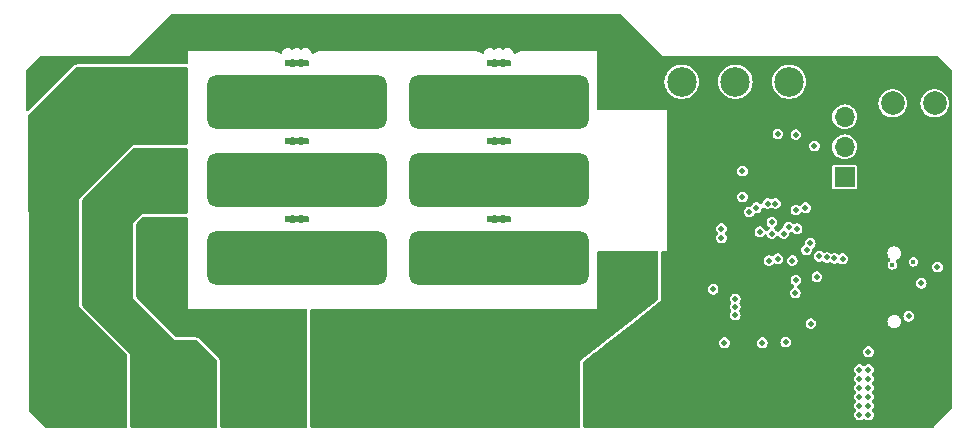
<source format=gbr>
%TF.GenerationSoftware,KiCad,Pcbnew,7.99.0-3012-g423a5b9961*%
%TF.CreationDate,2023-10-30T13:08:26-04:00*%
%TF.ProjectId,anyesc,616e7965-7363-42e6-9b69-6361645f7063,V1.0*%
%TF.SameCoordinates,Original*%
%TF.FileFunction,Copper,L2,Inr*%
%TF.FilePolarity,Positive*%
%FSLAX46Y46*%
G04 Gerber Fmt 4.6, Leading zero omitted, Abs format (unit mm)*
G04 Created by KiCad (PCBNEW 7.99.0-3012-g423a5b9961) date 2023-10-30 13:08:26*
%MOMM*%
%LPD*%
G01*
G04 APERTURE LIST*
G04 Aperture macros list*
%AMRoundRect*
0 Rectangle with rounded corners*
0 $1 Rounding radius*
0 $2 $3 $4 $5 $6 $7 $8 $9 X,Y pos of 4 corners*
0 Add a 4 corners polygon primitive as box body*
4,1,4,$2,$3,$4,$5,$6,$7,$8,$9,$2,$3,0*
0 Add four circle primitives for the rounded corners*
1,1,$1+$1,$2,$3*
1,1,$1+$1,$4,$5*
1,1,$1+$1,$6,$7*
1,1,$1+$1,$8,$9*
0 Add four rect primitives between the rounded corners*
20,1,$1+$1,$2,$3,$4,$5,0*
20,1,$1+$1,$4,$5,$6,$7,0*
20,1,$1+$1,$6,$7,$8,$9,0*
20,1,$1+$1,$8,$9,$2,$3,0*%
G04 Aperture macros list end*
%TA.AperFunction,ComponentPad*%
%ADD10RoundRect,0.800000X6.800000X1.500000X-6.800000X1.500000X-6.800000X-1.500000X6.800000X-1.500000X0*%
%TD*%
%TA.AperFunction,ComponentPad*%
%ADD11C,0.500000*%
%TD*%
%TA.AperFunction,ComponentPad*%
%ADD12C,2.000000*%
%TD*%
%TA.AperFunction,ComponentPad*%
%ADD13R,1.700000X1.700000*%
%TD*%
%TA.AperFunction,ComponentPad*%
%ADD14O,1.700000X1.700000*%
%TD*%
%TA.AperFunction,ComponentPad*%
%ADD15R,4.750000X2.950000*%
%TD*%
%TA.AperFunction,ComponentPad*%
%ADD16R,3.950000X4.900000*%
%TD*%
%TA.AperFunction,ComponentPad*%
%ADD17R,3.950000X4.450000*%
%TD*%
%TA.AperFunction,ComponentPad*%
%ADD18R,3.950000X4.850000*%
%TD*%
%TA.AperFunction,ComponentPad*%
%ADD19C,2.500000*%
%TD*%
%TA.AperFunction,ComponentPad*%
%ADD20O,2.100000X1.000000*%
%TD*%
%TA.AperFunction,ComponentPad*%
%ADD21O,1.600000X1.000000*%
%TD*%
%TA.AperFunction,ViaPad*%
%ADD22C,0.500000*%
%TD*%
%TA.AperFunction,ViaPad*%
%ADD23C,0.400000*%
%TD*%
G04 APERTURE END LIST*
D10*
%TO.N,N/C*%
%TO.C,H5*%
X130665000Y-108640400D03*
%TD*%
D11*
%TO.N,GND*%
%TO.C,U1*%
X171632000Y-109781000D03*
X168932000Y-109781000D03*
X171632000Y-112481000D03*
X168932000Y-112481000D03*
%TD*%
D12*
%TO.N,/RP2040/RUN*%
%TO.C,SW2*%
X184673000Y-95547000D03*
%TO.N,GND*%
X184673000Y-102047000D03*
%TD*%
D10*
%TO.N,N/C*%
%TO.C,H5*%
X147765000Y-108640400D03*
%TD*%
%TO.N,N/C*%
%TO.C,H4*%
X147765000Y-102040400D03*
%TD*%
D13*
%TO.N,/RP2040/SWCLK*%
%TO.C,J2*%
X177053000Y-101783000D03*
D14*
%TO.N,/RP2040/SWDIO*%
X177053000Y-99243000D03*
%TO.N,+3V3*%
X177053000Y-96703000D03*
%TO.N,GND*%
X177053000Y-94163000D03*
%TD*%
D15*
%TO.N,+12V*%
%TO.C,U3*%
X158540000Y-109515400D03*
%TO.N,GND*%
X158540000Y-94615400D03*
D16*
%TO.N,/PHASE_A*%
X119390000Y-95740400D03*
D17*
%TO.N,/PHASE_B*%
X119390000Y-102015400D03*
D18*
%TO.N,/PHASE_C*%
X119390000Y-108465400D03*
%TD*%
D19*
%TO.N,/ESC_PWM*%
%TO.C,TP3*%
X163254000Y-93726000D03*
%TD*%
%TO.N,/UART1_RX*%
%TO.C,TP2*%
X167804000Y-93726000D03*
%TD*%
D10*
%TO.N,N/C*%
%TO.C,H6*%
X130665000Y-95440400D03*
%TD*%
%TO.N,N/C*%
%TO.C,H4*%
X130665000Y-102040400D03*
%TD*%
%TO.N,N/C*%
%TO.C,H6*%
X147765000Y-95440400D03*
%TD*%
D12*
%TO.N,/RP2040/USB_BOOT*%
%TO.C,SW1*%
X181117000Y-95547000D03*
%TO.N,GND*%
X181117000Y-102047000D03*
%TD*%
D20*
%TO.N,GND*%
%TO.C,J1*%
X180714000Y-115449210D03*
D21*
X184894000Y-115449210D03*
D20*
X180714000Y-106809210D03*
D21*
X184894000Y-106809210D03*
%TD*%
D19*
%TO.N,/UART1_TX*%
%TO.C,TP1*%
X172354000Y-93726000D03*
%TD*%
D22*
%TO.N,+3V3*%
X178308000Y-121920000D03*
X179070000Y-120396000D03*
X172618400Y-108864400D03*
X170078400Y-115824000D03*
X179070000Y-118110000D03*
X179070000Y-119634000D03*
X165912800Y-111302800D03*
X174193200Y-114198400D03*
X178308000Y-118110000D03*
X178308000Y-118872000D03*
X166878000Y-115824000D03*
X178308000Y-120396000D03*
X179070000Y-121920000D03*
X179070000Y-121158000D03*
X179070000Y-118872000D03*
X169875200Y-106426000D03*
X178308000Y-119634000D03*
X172872400Y-111607600D03*
X172059600Y-115773200D03*
X178308000Y-121158000D03*
%TO.N,GND*%
X146050000Y-88900000D03*
X161798000Y-113284000D03*
X184658000Y-97536000D03*
X163830000Y-99441000D03*
X163830000Y-116332000D03*
X174244000Y-103378000D03*
X138430000Y-90170000D03*
X140970000Y-88900000D03*
X130175000Y-89535000D03*
X159004000Y-93472000D03*
X120015000Y-89535000D03*
X156464000Y-94234000D03*
X160528000Y-93472000D03*
X124460000Y-89535000D03*
X167640000Y-99314000D03*
X163322000Y-96774000D03*
X127000000Y-88900000D03*
X178562000Y-107442000D03*
X132080000Y-90805000D03*
X162825000Y-110350000D03*
X170434000Y-101346000D03*
X158115000Y-90805000D03*
X151765000Y-88900000D03*
X181102000Y-100076000D03*
X157226000Y-93472000D03*
X159766000Y-93472000D03*
X170434000Y-99568000D03*
X147955000Y-90170000D03*
X135255000Y-89535000D03*
X109220000Y-92710000D03*
X142875000Y-90170000D03*
X160528000Y-94234000D03*
X180594000Y-98298000D03*
X160528000Y-95758000D03*
X159766000Y-94234000D03*
X156464000Y-93472000D03*
X184912000Y-100076000D03*
X185420000Y-104648000D03*
X159004000Y-95758000D03*
X163576000Y-101727000D03*
X167894000Y-104648000D03*
X156464000Y-95758000D03*
X159766000Y-95758000D03*
X174244000Y-92202000D03*
X157226000Y-95758000D03*
X181356000Y-103886000D03*
X160528000Y-94996000D03*
X156464000Y-94996000D03*
X184912000Y-107950000D03*
X168910000Y-96774000D03*
X159766000Y-94996000D03*
X161290000Y-92202000D03*
X122555000Y-90170000D03*
X126365000Y-90170000D03*
X154940000Y-90170000D03*
X184912000Y-114046000D03*
X182880000Y-115316000D03*
X177800000Y-114808000D03*
X108585000Y-93980000D03*
X176784000Y-112776000D03*
X165750000Y-105475000D03*
X165862000Y-96520000D03*
X163830000Y-115570000D03*
X174752000Y-96520000D03*
X118110000Y-91440000D03*
D23*
%TO.N,Net-(J1-CC2)*%
X182880000Y-108966000D03*
X181102000Y-109220000D03*
D22*
%TO.N,/RP2040/SWCLK*%
X167792400Y-112115600D03*
X174142400Y-107391200D03*
%TO.N,/RP2040/SWDIO*%
X173831384Y-107961395D03*
X167792400Y-112765103D03*
%TO.N,/PHASE_A*%
X120904000Y-93726000D03*
X118618000Y-96012000D03*
X108585000Y-107315000D03*
X109855000Y-98425000D03*
X111125000Y-94615000D03*
X118618000Y-93726000D03*
X116205000Y-94615000D03*
X109855000Y-107315000D03*
X113665000Y-115570000D03*
X119380000Y-96774000D03*
X117856000Y-97536000D03*
X111125000Y-111760000D03*
X111125000Y-115570000D03*
X109855000Y-111760000D03*
X113665000Y-94615000D03*
X117856000Y-96774000D03*
X111125000Y-107315000D03*
X112395000Y-94615000D03*
X108585000Y-102235000D03*
X118618000Y-96774000D03*
X108585000Y-111760000D03*
X119380000Y-93726000D03*
X109855000Y-115570000D03*
X111125000Y-98425000D03*
X120904000Y-97536000D03*
X114935000Y-98425000D03*
X114935000Y-94615000D03*
X112395000Y-115570000D03*
X111125000Y-102235000D03*
X108585000Y-98425000D03*
X119380000Y-94488000D03*
X120904000Y-94488000D03*
X108585000Y-115570000D03*
X118618000Y-94488000D03*
X119380000Y-97536000D03*
X120904000Y-96774000D03*
X117856000Y-95250000D03*
X117856000Y-93726000D03*
X113665000Y-98425000D03*
X120142000Y-97536000D03*
X118618000Y-95250000D03*
X120142000Y-93726000D03*
X117856000Y-94488000D03*
X109855000Y-102235000D03*
X116205000Y-98425000D03*
X112395000Y-98425000D03*
X118618000Y-97536000D03*
X117856000Y-96012000D03*
%TO.N,/PHASE_B*%
X116205000Y-101600000D03*
X119380000Y-100076000D03*
X118618000Y-101600000D03*
X120904000Y-103124000D03*
X118618000Y-103886000D03*
X117856000Y-100838000D03*
X118618000Y-100838000D03*
X118745000Y-115570000D03*
X118618000Y-103124000D03*
X115570000Y-104775000D03*
X120142000Y-100076000D03*
X115570000Y-108585000D03*
X113030000Y-108585000D03*
X119380000Y-100838000D03*
X113030000Y-104775000D03*
X117856000Y-100076000D03*
X114300000Y-104775000D03*
X117856000Y-101600000D03*
X118618000Y-100076000D03*
X116205000Y-102870000D03*
X117856000Y-103886000D03*
X114300000Y-108585000D03*
X117856000Y-103124000D03*
X119380000Y-103886000D03*
X120904000Y-100838000D03*
X120142000Y-103886000D03*
X114300000Y-112395000D03*
X116840000Y-115570000D03*
X117856000Y-102362000D03*
X115570000Y-112395000D03*
X119380000Y-103124000D03*
X120904000Y-103886000D03*
X118618000Y-102362000D03*
X120904000Y-100076000D03*
X113030000Y-112395000D03*
%TO.N,/PHASE_C*%
X130810000Y-115570000D03*
X121920000Y-114300000D03*
X124460000Y-114300000D03*
X117856000Y-106426000D03*
X123190000Y-115570000D03*
X118110000Y-111760000D03*
X128270000Y-115570000D03*
X125730000Y-114300000D03*
X120650000Y-111760000D03*
X120904000Y-106426000D03*
X125730000Y-115570000D03*
X120904000Y-110236000D03*
X119380000Y-109474000D03*
X123190000Y-114300000D03*
X117856000Y-107950000D03*
X120904000Y-107188000D03*
X117856000Y-107188000D03*
X130810000Y-114300000D03*
X119380000Y-111760000D03*
X128270000Y-114300000D03*
X118618000Y-106426000D03*
X119380000Y-106426000D03*
X120142000Y-110236000D03*
X119380000Y-107188000D03*
X120650000Y-114300000D03*
X120904000Y-109474000D03*
X117856000Y-109474000D03*
X119380000Y-110236000D03*
X118618000Y-107188000D03*
X129540000Y-115570000D03*
X117856000Y-110236000D03*
X118618000Y-110236000D03*
X117856000Y-108712000D03*
X124460000Y-115570000D03*
X127000000Y-115570000D03*
X127000000Y-114300000D03*
X129540000Y-114300000D03*
X118618000Y-107950000D03*
X120142000Y-106426000D03*
X118618000Y-108712000D03*
X118618000Y-109474000D03*
%TO.N,/BOARD_TX*%
X166624000Y-106934000D03*
%TO.N,/BOARD_RX*%
X179070000Y-116586000D03*
X166624000Y-106172000D03*
%TO.N,/BOARD_RX_1*%
X182473600Y-113588800D03*
%TO.N,+12V*%
X140335000Y-116205000D03*
X139065000Y-117449600D03*
X137795000Y-117449600D03*
X160528000Y-109220000D03*
X145415000Y-117449600D03*
X159766000Y-110744000D03*
X147955000Y-114935000D03*
X135255000Y-117449600D03*
X156464000Y-109220000D03*
X153035000Y-117449600D03*
X156464000Y-109982000D03*
X157226000Y-110744000D03*
X159004000Y-108458000D03*
X160528000Y-110744000D03*
X132715000Y-117449600D03*
X159766000Y-109982000D03*
X146685000Y-113665000D03*
X136525000Y-113665000D03*
X160528000Y-108458000D03*
X159004000Y-110744000D03*
X135255000Y-113665000D03*
X154305000Y-114935000D03*
X149225000Y-117449600D03*
X154305000Y-117449600D03*
X136525000Y-117449600D03*
X142875000Y-117449600D03*
X141605000Y-116205000D03*
X150495000Y-116205000D03*
X150495000Y-117449600D03*
X147955000Y-117449600D03*
X133985000Y-114935000D03*
X132715000Y-114935000D03*
X140335000Y-117449600D03*
X144145000Y-117449600D03*
X157226000Y-108458000D03*
X151765000Y-116205000D03*
X137795000Y-114935000D03*
X133985000Y-117449600D03*
X144145000Y-114935000D03*
X149225000Y-114935000D03*
X139065000Y-114935000D03*
X145415000Y-113665000D03*
X156464000Y-110744000D03*
X142875000Y-114935000D03*
X151765000Y-117449600D03*
X159766000Y-109220000D03*
X156464000Y-108458000D03*
X153035000Y-114935000D03*
X159766000Y-108458000D03*
X146685000Y-117449600D03*
X141605000Y-117449600D03*
X160528000Y-109982000D03*
%TO.N,/UART1_TX*%
X171399200Y-108712000D03*
X170891200Y-106578400D03*
X184912000Y-109423200D03*
%TO.N,/RP2040/RUN*%
X167792400Y-113487200D03*
%TO.N,/RP2040/USB_BOOT*%
X168402000Y-101295200D03*
%TO.N,/RP2040/QSPI_CS*%
X174904400Y-108508800D03*
X171196000Y-104038400D03*
%TO.N,/UART1_RX*%
X183540400Y-110794800D03*
X170891200Y-105613200D03*
X170637200Y-108864400D03*
%TO.N,/RP2040/QSPI_SD3*%
X171399200Y-98145600D03*
X172923200Y-110540800D03*
%TO.N,/RP2040/QSPI_SCK*%
X174701200Y-110236000D03*
X172923200Y-98196400D03*
%TO.N,/RP2040/QSPI_SD0*%
X176885600Y-108712000D03*
X174498000Y-99161600D03*
%TO.N,/RP2040/QSPI_SD2*%
X176191655Y-108682843D03*
X173736000Y-104394000D03*
%TO.N,/RP2040/QSPI_SD1*%
X175547374Y-108600653D03*
X172923200Y-104597200D03*
%TO.N,/ESC_PWM*%
X170535600Y-104038400D03*
%TO.N,/RP2040/LED0*%
X169570400Y-104394000D03*
X173024800Y-106172000D03*
%TO.N,/RP2040/LED1*%
X168960800Y-104749600D03*
X172313600Y-106019600D03*
%TO.N,/RP2040/LED2*%
X168402000Y-103479600D03*
X171907200Y-106578400D03*
%TD*%
%TA.AperFunction,Conductor*%
%TO.N,+12V*%
G36*
X161233039Y-108060085D02*
G01*
X161278794Y-108112889D01*
X161290000Y-108164400D01*
X161290000Y-112119235D01*
X161270315Y-112186274D01*
X161242422Y-112216886D01*
X154686000Y-117347999D01*
X154686000Y-122878000D01*
X154666315Y-122945039D01*
X154613511Y-122990794D01*
X154562000Y-123002000D01*
X131950000Y-123002000D01*
X131882961Y-122982315D01*
X131837206Y-122929511D01*
X131826000Y-122878000D01*
X131826000Y-113064400D01*
X131845685Y-112997361D01*
X131898489Y-112951606D01*
X131950000Y-112940400D01*
X156115000Y-112940400D01*
X156115000Y-108164400D01*
X156134685Y-108097361D01*
X156187489Y-108051606D01*
X156239000Y-108040400D01*
X161166000Y-108040400D01*
X161233039Y-108060085D01*
G37*
%TD.AperFunction*%
%TD*%
%TA.AperFunction,Conductor*%
%TO.N,/PHASE_A*%
G36*
X121358039Y-92475685D02*
G01*
X121403794Y-92528489D01*
X121415000Y-92580000D01*
X121415000Y-98936000D01*
X121395315Y-99003039D01*
X121342511Y-99048794D01*
X121291000Y-99060000D01*
X116839999Y-99060000D01*
X112268000Y-103631999D01*
X112268000Y-112776000D01*
X116295681Y-116803681D01*
X116329166Y-116865004D01*
X116332000Y-116891362D01*
X116332000Y-122878000D01*
X116312315Y-122945039D01*
X116259511Y-122990794D01*
X116208000Y-123002000D01*
X109413935Y-123002000D01*
X109346896Y-122982315D01*
X109325566Y-122964988D01*
X109305929Y-122945039D01*
X108018840Y-121637519D01*
X107985840Y-121575936D01*
X107983210Y-121550705D01*
X107971568Y-112776000D01*
X107950068Y-96571457D01*
X107969664Y-96504392D01*
X107986382Y-96483617D01*
X111977681Y-92492319D01*
X112039004Y-92458834D01*
X112065362Y-92456000D01*
X121291000Y-92456000D01*
X121358039Y-92475685D01*
G37*
%TD.AperFunction*%
%TD*%
%TA.AperFunction,Conductor*%
%TO.N,/PHASE_C*%
G36*
X121358039Y-105175685D02*
G01*
X121403794Y-105228489D01*
X121415000Y-105280000D01*
X121415000Y-112940400D01*
X131448000Y-112940400D01*
X131515039Y-112960085D01*
X131560794Y-113012889D01*
X131572000Y-113064400D01*
X131572000Y-122878000D01*
X131552315Y-122945039D01*
X131499511Y-122990794D01*
X131448000Y-123002000D01*
X124281500Y-123002000D01*
X124214461Y-122982315D01*
X124168706Y-122929511D01*
X124157500Y-122878000D01*
X124157500Y-117393862D01*
X124156910Y-117382856D01*
X124156910Y-117382855D01*
X124153488Y-117351038D01*
X124153488Y-117351035D01*
X124129529Y-117274518D01*
X124096044Y-117213195D01*
X124060991Y-117166371D01*
X122351737Y-115457117D01*
X122348485Y-115454196D01*
X122343552Y-115449763D01*
X122343554Y-115449764D01*
X122318624Y-115429675D01*
X122270527Y-115404516D01*
X122240322Y-115382322D01*
X122174000Y-115316000D01*
X120483982Y-115316000D01*
X120416943Y-115296315D01*
X120396301Y-115279681D01*
X117130319Y-112013699D01*
X117096834Y-111952376D01*
X117094000Y-111926018D01*
X117094000Y-105751982D01*
X117113685Y-105684943D01*
X117130319Y-105664301D01*
X117602301Y-105192319D01*
X117663624Y-105158834D01*
X117689982Y-105156000D01*
X121291000Y-105156000D01*
X121358039Y-105175685D01*
G37*
%TD.AperFunction*%
%TD*%
%TA.AperFunction,Conductor*%
%TO.N,GND*%
G36*
X158130677Y-87969685D02*
G01*
X158151319Y-87986319D01*
X161673461Y-91508461D01*
X184860709Y-91508461D01*
X184927748Y-91528146D01*
X184948303Y-91544692D01*
X185406588Y-92002063D01*
X186109794Y-92703867D01*
X186143340Y-92765156D01*
X186146200Y-92791635D01*
X186146200Y-121325608D01*
X186126515Y-121392647D01*
X186110569Y-121412596D01*
X185484872Y-122048225D01*
X184617357Y-122929511D01*
X184582434Y-122964988D01*
X184521376Y-122998955D01*
X184494065Y-123002000D01*
X155015500Y-123002000D01*
X154948461Y-122982315D01*
X154902706Y-122929511D01*
X154891500Y-122878000D01*
X154891500Y-121920000D01*
X177852867Y-121920000D01*
X177871302Y-122048225D01*
X177925117Y-122166061D01*
X177925118Y-122166063D01*
X177983489Y-122233428D01*
X178008642Y-122262457D01*
X178009951Y-122263967D01*
X178118931Y-122334004D01*
X178243225Y-122370499D01*
X178243227Y-122370500D01*
X178243228Y-122370500D01*
X178372773Y-122370500D01*
X178372773Y-122370499D01*
X178497069Y-122334004D01*
X178606049Y-122263967D01*
X178606057Y-122263957D01*
X178607790Y-122262457D01*
X178609893Y-122261496D01*
X178613510Y-122259172D01*
X178613844Y-122259691D01*
X178671343Y-122233428D01*
X178740503Y-122243366D01*
X178770210Y-122262457D01*
X178771945Y-122263961D01*
X178771951Y-122263967D01*
X178880931Y-122334004D01*
X179005225Y-122370499D01*
X179005227Y-122370500D01*
X179005228Y-122370500D01*
X179134773Y-122370500D01*
X179134773Y-122370499D01*
X179259069Y-122334004D01*
X179368049Y-122263967D01*
X179452882Y-122166063D01*
X179506697Y-122048226D01*
X179525133Y-121920000D01*
X179506697Y-121791774D01*
X179452882Y-121673937D01*
X179406320Y-121620201D01*
X179377297Y-121556646D01*
X179387241Y-121487488D01*
X179406321Y-121457798D01*
X179452882Y-121404063D01*
X179506697Y-121286226D01*
X179525133Y-121158000D01*
X179506697Y-121029774D01*
X179452882Y-120911937D01*
X179406320Y-120858201D01*
X179377297Y-120794646D01*
X179387241Y-120725488D01*
X179406321Y-120695798D01*
X179452882Y-120642063D01*
X179506697Y-120524226D01*
X179525133Y-120396000D01*
X179506697Y-120267774D01*
X179452882Y-120149937D01*
X179406320Y-120096201D01*
X179377297Y-120032646D01*
X179387241Y-119963488D01*
X179406321Y-119933798D01*
X179452882Y-119880063D01*
X179506697Y-119762226D01*
X179525133Y-119634000D01*
X179506697Y-119505774D01*
X179452882Y-119387937D01*
X179406320Y-119334201D01*
X179377297Y-119270646D01*
X179387241Y-119201488D01*
X179406321Y-119171798D01*
X179452882Y-119118063D01*
X179506697Y-119000226D01*
X179525133Y-118872000D01*
X179506697Y-118743774D01*
X179452882Y-118625937D01*
X179406320Y-118572201D01*
X179377297Y-118508646D01*
X179387241Y-118439488D01*
X179406321Y-118409798D01*
X179452882Y-118356063D01*
X179506697Y-118238226D01*
X179525133Y-118110000D01*
X179506697Y-117981774D01*
X179452882Y-117863937D01*
X179368049Y-117766033D01*
X179259069Y-117695996D01*
X179259065Y-117695994D01*
X179259064Y-117695994D01*
X179134774Y-117659500D01*
X179134772Y-117659500D01*
X179005228Y-117659500D01*
X179005226Y-117659500D01*
X178880935Y-117695994D01*
X178880932Y-117695995D01*
X178880931Y-117695996D01*
X178826441Y-117731014D01*
X178771947Y-117766035D01*
X178770197Y-117767552D01*
X178768091Y-117768513D01*
X178764490Y-117770828D01*
X178764157Y-117770309D01*
X178706640Y-117796573D01*
X178637482Y-117786625D01*
X178607803Y-117767552D01*
X178606052Y-117766035D01*
X178606049Y-117766033D01*
X178497069Y-117695996D01*
X178497065Y-117695994D01*
X178497064Y-117695994D01*
X178372774Y-117659500D01*
X178372772Y-117659500D01*
X178243228Y-117659500D01*
X178243226Y-117659500D01*
X178118935Y-117695994D01*
X178118932Y-117695995D01*
X178118931Y-117695996D01*
X178067677Y-117728934D01*
X178009950Y-117766033D01*
X177925118Y-117863937D01*
X177925117Y-117863938D01*
X177871302Y-117981774D01*
X177852867Y-118110000D01*
X177871302Y-118238225D01*
X177925117Y-118356061D01*
X177925120Y-118356067D01*
X177971678Y-118409799D01*
X178000702Y-118473355D01*
X177990757Y-118542514D01*
X177971678Y-118572201D01*
X177925120Y-118625932D01*
X177925117Y-118625938D01*
X177871302Y-118743774D01*
X177852867Y-118872000D01*
X177871302Y-119000225D01*
X177925117Y-119118061D01*
X177925120Y-119118067D01*
X177971678Y-119171799D01*
X178000702Y-119235355D01*
X177990757Y-119304514D01*
X177971678Y-119334201D01*
X177925120Y-119387932D01*
X177925117Y-119387938D01*
X177871302Y-119505774D01*
X177852867Y-119634000D01*
X177871302Y-119762225D01*
X177925117Y-119880061D01*
X177925120Y-119880067D01*
X177971678Y-119933799D01*
X178000702Y-119997355D01*
X177990757Y-120066514D01*
X177971678Y-120096201D01*
X177925120Y-120149932D01*
X177925117Y-120149938D01*
X177871302Y-120267774D01*
X177852867Y-120396000D01*
X177871302Y-120524225D01*
X177925117Y-120642061D01*
X177925120Y-120642067D01*
X177971678Y-120695799D01*
X178000702Y-120759355D01*
X177990757Y-120828514D01*
X177971678Y-120858201D01*
X177925120Y-120911932D01*
X177925117Y-120911938D01*
X177871302Y-121029774D01*
X177852867Y-121158000D01*
X177871302Y-121286225D01*
X177925117Y-121404061D01*
X177925120Y-121404067D01*
X177971678Y-121457799D01*
X178000702Y-121521355D01*
X177990757Y-121590514D01*
X177971678Y-121620201D01*
X177925120Y-121673932D01*
X177925117Y-121673938D01*
X177871302Y-121791774D01*
X177852867Y-121920000D01*
X154891500Y-121920000D01*
X154891500Y-117508539D01*
X154911185Y-117441500D01*
X154939078Y-117410888D01*
X155829257Y-116714226D01*
X155993101Y-116586000D01*
X178614867Y-116586000D01*
X178633302Y-116714225D01*
X178687117Y-116832061D01*
X178687118Y-116832063D01*
X178771951Y-116929967D01*
X178880931Y-117000004D01*
X179005225Y-117036499D01*
X179005227Y-117036500D01*
X179005228Y-117036500D01*
X179134773Y-117036500D01*
X179134773Y-117036499D01*
X179259069Y-117000004D01*
X179368049Y-116929967D01*
X179452882Y-116832063D01*
X179506697Y-116714226D01*
X179525133Y-116586000D01*
X179506697Y-116457774D01*
X179452882Y-116339937D01*
X179368049Y-116242033D01*
X179259069Y-116171996D01*
X179259065Y-116171994D01*
X179259064Y-116171994D01*
X179134774Y-116135500D01*
X179134772Y-116135500D01*
X179005228Y-116135500D01*
X179005226Y-116135500D01*
X178880935Y-116171994D01*
X178880932Y-116171995D01*
X178880931Y-116171996D01*
X178829677Y-116204934D01*
X178771950Y-116242033D01*
X178687118Y-116339937D01*
X178687117Y-116339938D01*
X178633302Y-116457774D01*
X178614867Y-116586000D01*
X155993101Y-116586000D01*
X156966768Y-115824000D01*
X166422867Y-115824000D01*
X166441302Y-115952225D01*
X166471918Y-116019263D01*
X166495118Y-116070063D01*
X166579951Y-116167967D01*
X166688931Y-116238004D01*
X166702653Y-116242033D01*
X166813225Y-116274499D01*
X166813227Y-116274500D01*
X166813228Y-116274500D01*
X166942773Y-116274500D01*
X166942773Y-116274499D01*
X167067069Y-116238004D01*
X167176049Y-116167967D01*
X167260882Y-116070063D01*
X167314697Y-115952226D01*
X167333133Y-115824000D01*
X169623267Y-115824000D01*
X169641702Y-115952225D01*
X169672318Y-116019263D01*
X169695518Y-116070063D01*
X169780351Y-116167967D01*
X169889331Y-116238004D01*
X169903053Y-116242033D01*
X170013625Y-116274499D01*
X170013627Y-116274500D01*
X170013628Y-116274500D01*
X170143173Y-116274500D01*
X170143173Y-116274499D01*
X170267469Y-116238004D01*
X170376449Y-116167967D01*
X170461282Y-116070063D01*
X170515097Y-115952226D01*
X170533533Y-115824000D01*
X170526229Y-115773200D01*
X171604467Y-115773200D01*
X171622902Y-115901425D01*
X171646102Y-115952225D01*
X171676718Y-116019263D01*
X171761551Y-116117167D01*
X171870531Y-116187204D01*
X171994825Y-116223699D01*
X171994827Y-116223700D01*
X171994828Y-116223700D01*
X172124373Y-116223700D01*
X172124373Y-116223699D01*
X172248669Y-116187204D01*
X172357649Y-116117167D01*
X172442482Y-116019263D01*
X172496297Y-115901426D01*
X172514733Y-115773200D01*
X172496297Y-115644974D01*
X172442482Y-115527137D01*
X172357649Y-115429233D01*
X172248669Y-115359196D01*
X172248665Y-115359194D01*
X172248664Y-115359194D01*
X172124374Y-115322700D01*
X172124372Y-115322700D01*
X171994828Y-115322700D01*
X171994826Y-115322700D01*
X171870535Y-115359194D01*
X171870532Y-115359195D01*
X171870531Y-115359196D01*
X171819277Y-115392134D01*
X171761550Y-115429233D01*
X171676718Y-115527137D01*
X171676717Y-115527138D01*
X171622902Y-115644974D01*
X171604467Y-115773200D01*
X170526229Y-115773200D01*
X170515097Y-115695774D01*
X170461282Y-115577937D01*
X170376449Y-115480033D01*
X170267469Y-115409996D01*
X170267465Y-115409994D01*
X170267464Y-115409994D01*
X170143174Y-115373500D01*
X170143172Y-115373500D01*
X170013628Y-115373500D01*
X170013626Y-115373500D01*
X169889335Y-115409994D01*
X169889332Y-115409995D01*
X169889331Y-115409996D01*
X169859398Y-115429233D01*
X169780350Y-115480033D01*
X169695518Y-115577937D01*
X169695517Y-115577938D01*
X169641702Y-115695774D01*
X169623267Y-115824000D01*
X167333133Y-115824000D01*
X167314697Y-115695774D01*
X167260882Y-115577937D01*
X167176049Y-115480033D01*
X167067069Y-115409996D01*
X167067065Y-115409994D01*
X167067064Y-115409994D01*
X166942774Y-115373500D01*
X166942772Y-115373500D01*
X166813228Y-115373500D01*
X166813226Y-115373500D01*
X166688935Y-115409994D01*
X166688932Y-115409995D01*
X166688931Y-115409996D01*
X166658998Y-115429233D01*
X166579950Y-115480033D01*
X166495118Y-115577937D01*
X166495117Y-115577938D01*
X166441302Y-115695774D01*
X166422867Y-115824000D01*
X156966768Y-115824000D01*
X159043923Y-114198400D01*
X173738067Y-114198400D01*
X173756502Y-114326625D01*
X173803558Y-114429661D01*
X173810318Y-114444463D01*
X173895151Y-114542367D01*
X174004131Y-114612404D01*
X174128425Y-114648899D01*
X174128427Y-114648900D01*
X174128428Y-114648900D01*
X174257973Y-114648900D01*
X174257973Y-114648899D01*
X174382269Y-114612404D01*
X174491249Y-114542367D01*
X174576082Y-114444463D01*
X174629897Y-114326626D01*
X174648333Y-114198400D01*
X174629897Y-114070174D01*
X174606622Y-114019210D01*
X180663534Y-114019210D01*
X180683312Y-114169444D01*
X180683313Y-114169446D01*
X180741302Y-114309443D01*
X180833549Y-114429661D01*
X180953767Y-114521908D01*
X181093764Y-114579897D01*
X181206280Y-114594710D01*
X181206287Y-114594710D01*
X181281713Y-114594710D01*
X181281720Y-114594710D01*
X181394236Y-114579897D01*
X181534233Y-114521908D01*
X181654451Y-114429661D01*
X181746698Y-114309443D01*
X181804687Y-114169446D01*
X181824466Y-114019210D01*
X181804687Y-113868974D01*
X181746698Y-113728977D01*
X181654451Y-113608759D01*
X181628440Y-113588800D01*
X182018467Y-113588800D01*
X182036902Y-113717025D01*
X182067669Y-113784394D01*
X182090718Y-113834863D01*
X182175551Y-113932767D01*
X182284531Y-114002804D01*
X182408825Y-114039299D01*
X182408827Y-114039300D01*
X182408828Y-114039300D01*
X182538373Y-114039300D01*
X182538373Y-114039299D01*
X182662669Y-114002804D01*
X182771649Y-113932767D01*
X182856482Y-113834863D01*
X182910297Y-113717026D01*
X182928733Y-113588800D01*
X182910297Y-113460574D01*
X182856482Y-113342737D01*
X182771649Y-113244833D01*
X182662669Y-113174796D01*
X182662665Y-113174794D01*
X182662664Y-113174794D01*
X182538374Y-113138300D01*
X182538372Y-113138300D01*
X182408828Y-113138300D01*
X182408826Y-113138300D01*
X182284535Y-113174794D01*
X182284532Y-113174795D01*
X182284531Y-113174796D01*
X182233873Y-113207352D01*
X182175550Y-113244833D01*
X182090718Y-113342737D01*
X182090717Y-113342738D01*
X182036902Y-113460574D01*
X182018467Y-113588800D01*
X181628440Y-113588800D01*
X181534233Y-113516512D01*
X181534229Y-113516510D01*
X181463468Y-113487200D01*
X181394236Y-113458523D01*
X181380171Y-113456671D01*
X181281727Y-113443710D01*
X181281720Y-113443710D01*
X181206280Y-113443710D01*
X181206272Y-113443710D01*
X181093764Y-113458523D01*
X181093763Y-113458523D01*
X180953770Y-113516510D01*
X180953767Y-113516511D01*
X180953767Y-113516512D01*
X180833549Y-113608759D01*
X180750473Y-113717026D01*
X180741300Y-113728980D01*
X180683313Y-113868973D01*
X180683312Y-113868975D01*
X180663534Y-114019209D01*
X180663534Y-114019210D01*
X174606622Y-114019210D01*
X174576082Y-113952337D01*
X174491249Y-113854433D01*
X174382269Y-113784396D01*
X174382265Y-113784394D01*
X174382264Y-113784394D01*
X174257974Y-113747900D01*
X174257972Y-113747900D01*
X174128428Y-113747900D01*
X174128426Y-113747900D01*
X174004135Y-113784394D01*
X174004132Y-113784395D01*
X174004131Y-113784396D01*
X173952877Y-113817334D01*
X173895150Y-113854433D01*
X173810318Y-113952337D01*
X173810317Y-113952338D01*
X173756502Y-114070174D01*
X173738067Y-114198400D01*
X159043923Y-114198400D01*
X159952679Y-113487200D01*
X167337267Y-113487200D01*
X167355702Y-113615425D01*
X167402102Y-113717025D01*
X167409518Y-113733263D01*
X167494351Y-113831167D01*
X167603331Y-113901204D01*
X167727625Y-113937699D01*
X167727627Y-113937700D01*
X167727628Y-113937700D01*
X167857173Y-113937700D01*
X167857173Y-113937699D01*
X167981469Y-113901204D01*
X168090449Y-113831167D01*
X168175282Y-113733263D01*
X168229097Y-113615426D01*
X168247533Y-113487200D01*
X168229097Y-113358974D01*
X168175282Y-113241137D01*
X168175280Y-113241135D01*
X168175279Y-113241132D01*
X168146009Y-113207353D01*
X168116984Y-113143797D01*
X168126928Y-113074639D01*
X168146010Y-113044948D01*
X168175279Y-113011170D01*
X168175279Y-113011168D01*
X168175282Y-113011166D01*
X168229097Y-112893329D01*
X168247533Y-112765103D01*
X168229097Y-112636877D01*
X168175282Y-112519040D01*
X168175279Y-112519037D01*
X168170487Y-112511579D01*
X168172356Y-112510377D01*
X168148436Y-112458002D01*
X168158377Y-112388843D01*
X168170886Y-112369380D01*
X168170487Y-112369124D01*
X168175277Y-112361668D01*
X168175282Y-112361663D01*
X168229097Y-112243826D01*
X168247533Y-112115600D01*
X168229097Y-111987374D01*
X168175282Y-111869537D01*
X168090449Y-111771633D01*
X167981469Y-111701596D01*
X167981465Y-111701594D01*
X167981464Y-111701594D01*
X167857174Y-111665100D01*
X167857172Y-111665100D01*
X167727628Y-111665100D01*
X167727626Y-111665100D01*
X167603335Y-111701594D01*
X167603332Y-111701595D01*
X167603331Y-111701596D01*
X167552077Y-111734534D01*
X167494350Y-111771633D01*
X167409518Y-111869537D01*
X167409517Y-111869538D01*
X167355702Y-111987374D01*
X167337267Y-112115600D01*
X167355702Y-112243825D01*
X167409517Y-112361661D01*
X167414313Y-112369124D01*
X167412443Y-112370325D01*
X167436364Y-112422703D01*
X167426421Y-112491861D01*
X167413915Y-112511322D01*
X167414313Y-112511578D01*
X167409518Y-112519039D01*
X167355702Y-112636877D01*
X167337267Y-112765103D01*
X167355702Y-112893328D01*
X167409517Y-113011164D01*
X167409520Y-113011170D01*
X167438790Y-113044949D01*
X167467815Y-113108505D01*
X167457871Y-113177663D01*
X167438791Y-113207352D01*
X167409520Y-113241132D01*
X167409517Y-113241138D01*
X167355702Y-113358974D01*
X167337267Y-113487200D01*
X159952679Y-113487200D01*
X161369073Y-112378718D01*
X161369076Y-112378715D01*
X161369076Y-112378716D01*
X161394322Y-112355294D01*
X161422215Y-112324682D01*
X161422843Y-112323989D01*
X161467490Y-112244172D01*
X161487175Y-112177133D01*
X161495500Y-112119235D01*
X161495500Y-111302800D01*
X165457667Y-111302800D01*
X165476102Y-111431025D01*
X165498183Y-111479374D01*
X165529918Y-111548863D01*
X165614751Y-111646767D01*
X165723731Y-111716804D01*
X165788516Y-111735826D01*
X165848025Y-111753299D01*
X165848027Y-111753300D01*
X165848028Y-111753300D01*
X165977573Y-111753300D01*
X165977573Y-111753299D01*
X166101869Y-111716804D01*
X166210849Y-111646767D01*
X166244787Y-111607600D01*
X172417267Y-111607600D01*
X172435702Y-111735825D01*
X172489517Y-111853661D01*
X172489518Y-111853663D01*
X172574351Y-111951567D01*
X172683331Y-112021604D01*
X172807625Y-112058099D01*
X172807627Y-112058100D01*
X172807628Y-112058100D01*
X172937173Y-112058100D01*
X172937173Y-112058099D01*
X173061469Y-112021604D01*
X173170449Y-111951567D01*
X173255282Y-111853663D01*
X173309097Y-111735826D01*
X173327533Y-111607600D01*
X173309097Y-111479374D01*
X173255282Y-111361537D01*
X173170449Y-111263633D01*
X173061469Y-111193596D01*
X173061466Y-111193595D01*
X173054008Y-111188802D01*
X173055380Y-111186666D01*
X173012699Y-111149682D01*
X172993016Y-111082642D01*
X173012702Y-111015603D01*
X173065507Y-110969850D01*
X173082075Y-110963669D01*
X173112269Y-110954804D01*
X173221249Y-110884767D01*
X173299205Y-110794800D01*
X183085267Y-110794800D01*
X183103702Y-110923025D01*
X183120405Y-110959598D01*
X183157518Y-111040863D01*
X183242351Y-111138767D01*
X183351331Y-111208804D01*
X183475625Y-111245299D01*
X183475627Y-111245300D01*
X183475628Y-111245300D01*
X183605173Y-111245300D01*
X183605173Y-111245299D01*
X183729469Y-111208804D01*
X183838449Y-111138767D01*
X183923282Y-111040863D01*
X183977097Y-110923026D01*
X183995533Y-110794800D01*
X183977097Y-110666574D01*
X183923282Y-110548737D01*
X183838449Y-110450833D01*
X183729469Y-110380796D01*
X183729465Y-110380794D01*
X183729464Y-110380794D01*
X183605174Y-110344300D01*
X183605172Y-110344300D01*
X183475628Y-110344300D01*
X183475626Y-110344300D01*
X183351335Y-110380794D01*
X183351332Y-110380795D01*
X183351331Y-110380796D01*
X183301883Y-110412574D01*
X183242350Y-110450833D01*
X183157518Y-110548737D01*
X183157517Y-110548738D01*
X183103702Y-110666574D01*
X183085267Y-110794800D01*
X173299205Y-110794800D01*
X173306082Y-110786863D01*
X173359897Y-110669026D01*
X173378333Y-110540800D01*
X173359897Y-110412574D01*
X173306082Y-110294737D01*
X173255187Y-110236000D01*
X174246067Y-110236000D01*
X174264502Y-110364225D01*
X174318317Y-110482061D01*
X174318318Y-110482063D01*
X174403151Y-110579967D01*
X174512131Y-110650004D01*
X174576916Y-110669026D01*
X174636425Y-110686499D01*
X174636427Y-110686500D01*
X174636428Y-110686500D01*
X174765973Y-110686500D01*
X174765973Y-110686499D01*
X174890269Y-110650004D01*
X174999249Y-110579967D01*
X175084082Y-110482063D01*
X175137897Y-110364226D01*
X175156333Y-110236000D01*
X175137897Y-110107774D01*
X175084082Y-109989937D01*
X174999249Y-109892033D01*
X174890269Y-109821996D01*
X174890265Y-109821994D01*
X174890264Y-109821994D01*
X174765974Y-109785500D01*
X174765972Y-109785500D01*
X174636428Y-109785500D01*
X174636426Y-109785500D01*
X174512135Y-109821994D01*
X174512132Y-109821995D01*
X174512131Y-109821996D01*
X174460877Y-109854934D01*
X174403150Y-109892033D01*
X174318318Y-109989937D01*
X174318317Y-109989938D01*
X174264502Y-110107774D01*
X174246067Y-110236000D01*
X173255187Y-110236000D01*
X173221249Y-110196833D01*
X173112269Y-110126796D01*
X173112265Y-110126794D01*
X173112264Y-110126794D01*
X172987974Y-110090300D01*
X172987972Y-110090300D01*
X172858428Y-110090300D01*
X172858426Y-110090300D01*
X172734135Y-110126794D01*
X172734132Y-110126795D01*
X172734131Y-110126796D01*
X172682877Y-110159734D01*
X172625150Y-110196833D01*
X172540318Y-110294737D01*
X172540317Y-110294738D01*
X172486502Y-110412574D01*
X172468067Y-110540800D01*
X172486502Y-110669025D01*
X172494483Y-110686500D01*
X172540318Y-110786863D01*
X172625151Y-110884767D01*
X172734131Y-110954804D01*
X172734133Y-110954804D01*
X172741592Y-110959598D01*
X172740218Y-110961735D01*
X172782892Y-110998705D01*
X172802583Y-111065743D01*
X172782904Y-111132784D01*
X172730105Y-111178544D01*
X172713520Y-111184730D01*
X172683336Y-111193593D01*
X172574350Y-111263633D01*
X172489518Y-111361537D01*
X172489517Y-111361538D01*
X172435702Y-111479374D01*
X172417267Y-111607600D01*
X166244787Y-111607600D01*
X166295682Y-111548863D01*
X166349497Y-111431026D01*
X166367933Y-111302800D01*
X166349497Y-111174574D01*
X166295682Y-111056737D01*
X166210849Y-110958833D01*
X166101869Y-110888796D01*
X166101865Y-110888794D01*
X166101864Y-110888794D01*
X165977574Y-110852300D01*
X165977572Y-110852300D01*
X165848028Y-110852300D01*
X165848026Y-110852300D01*
X165723735Y-110888794D01*
X165723732Y-110888795D01*
X165723731Y-110888796D01*
X165672477Y-110921734D01*
X165614750Y-110958833D01*
X165529918Y-111056737D01*
X165529917Y-111056738D01*
X165476102Y-111174574D01*
X165457667Y-111302800D01*
X161495500Y-111302800D01*
X161495500Y-108864400D01*
X170182067Y-108864400D01*
X170200502Y-108992625D01*
X170242882Y-109085422D01*
X170254318Y-109110463D01*
X170339151Y-109208367D01*
X170448131Y-109278404D01*
X170501401Y-109294045D01*
X170572425Y-109314899D01*
X170572427Y-109314900D01*
X170572428Y-109314900D01*
X170701973Y-109314900D01*
X170701973Y-109314899D01*
X170826269Y-109278404D01*
X170935249Y-109208367D01*
X170938733Y-109204347D01*
X170974993Y-109162499D01*
X171009046Y-109123198D01*
X171067823Y-109085423D01*
X171137693Y-109085422D01*
X171169798Y-109100084D01*
X171192669Y-109114781D01*
X171205766Y-109123199D01*
X171210133Y-109126005D01*
X171334425Y-109162499D01*
X171334427Y-109162500D01*
X171334428Y-109162500D01*
X171463973Y-109162500D01*
X171463973Y-109162499D01*
X171588269Y-109126004D01*
X171697249Y-109055967D01*
X171782082Y-108958063D01*
X171824857Y-108864400D01*
X172163267Y-108864400D01*
X172181702Y-108992625D01*
X172224082Y-109085422D01*
X172235518Y-109110463D01*
X172320351Y-109208367D01*
X172429331Y-109278404D01*
X172482601Y-109294045D01*
X172553625Y-109314899D01*
X172553627Y-109314900D01*
X172553628Y-109314900D01*
X172683173Y-109314900D01*
X172683173Y-109314899D01*
X172807469Y-109278404D01*
X172916449Y-109208367D01*
X173001282Y-109110463D01*
X173055097Y-108992626D01*
X173073533Y-108864400D01*
X173055097Y-108736174D01*
X173001282Y-108618337D01*
X172916449Y-108520433D01*
X172898348Y-108508800D01*
X174449267Y-108508800D01*
X174467702Y-108637025D01*
X174515602Y-108741909D01*
X174521518Y-108754863D01*
X174606351Y-108852767D01*
X174715331Y-108922804D01*
X174835412Y-108958062D01*
X174839625Y-108959299D01*
X174839627Y-108959300D01*
X174839628Y-108959300D01*
X174969173Y-108959300D01*
X174969173Y-108959299D01*
X175065625Y-108930979D01*
X175093466Y-108922805D01*
X175093466Y-108922804D01*
X175093469Y-108922804D01*
X175093470Y-108922802D01*
X175101534Y-108919121D01*
X175102404Y-108921027D01*
X175158074Y-108904677D01*
X175225115Y-108924356D01*
X175242268Y-108939216D01*
X175242620Y-108938811D01*
X175249320Y-108944617D01*
X175249325Y-108944620D01*
X175358305Y-109014657D01*
X175482599Y-109051152D01*
X175482601Y-109051153D01*
X175482602Y-109051153D01*
X175612147Y-109051153D01*
X175612147Y-109051152D01*
X175736443Y-109014657D01*
X175740533Y-109012028D01*
X175807569Y-108992340D01*
X175874610Y-109012020D01*
X175888785Y-109022631D01*
X175893600Y-109026804D01*
X175893606Y-109026810D01*
X176002586Y-109096847D01*
X176126880Y-109133342D01*
X176126882Y-109133343D01*
X176126883Y-109133343D01*
X176256428Y-109133343D01*
X176256428Y-109133342D01*
X176380724Y-109096847D01*
X176448904Y-109053030D01*
X176515942Y-109033346D01*
X176582981Y-109053030D01*
X176587550Y-109055966D01*
X176587551Y-109055967D01*
X176696531Y-109126004D01*
X176820825Y-109162499D01*
X176820827Y-109162500D01*
X176820828Y-109162500D01*
X176950373Y-109162500D01*
X176950373Y-109162499D01*
X177074669Y-109126004D01*
X177183649Y-109055967D01*
X177268482Y-108958063D01*
X177322297Y-108840226D01*
X177340733Y-108712000D01*
X177322297Y-108583774D01*
X177268482Y-108465937D01*
X177183649Y-108368033D01*
X177074669Y-108297996D01*
X177074665Y-108297994D01*
X177074664Y-108297994D01*
X176950374Y-108261500D01*
X176950372Y-108261500D01*
X176820828Y-108261500D01*
X176820826Y-108261500D01*
X176696533Y-108297994D01*
X176696532Y-108297995D01*
X176628350Y-108341812D01*
X176561310Y-108361496D01*
X176494273Y-108341812D01*
X176471169Y-108326964D01*
X176380724Y-108268839D01*
X176380720Y-108268837D01*
X176380719Y-108268837D01*
X176279816Y-108239210D01*
X180663534Y-108239210D01*
X180683312Y-108389444D01*
X180683313Y-108389446D01*
X180719295Y-108476315D01*
X180741302Y-108529443D01*
X180833549Y-108649661D01*
X180879402Y-108684845D01*
X180920605Y-108741273D01*
X180924760Y-108811019D01*
X180890548Y-108871939D01*
X180871242Y-108885793D01*
X180871550Y-108886217D01*
X180863652Y-108891954D01*
X180773954Y-108981652D01*
X180773951Y-108981657D01*
X180773950Y-108981658D01*
X180759920Y-109009194D01*
X180716352Y-109094698D01*
X180716352Y-109094699D01*
X180696508Y-109219996D01*
X180696508Y-109220003D01*
X180716352Y-109345300D01*
X180716352Y-109345301D01*
X180734805Y-109381517D01*
X180773950Y-109458342D01*
X180773952Y-109458344D01*
X180773954Y-109458347D01*
X180863652Y-109548045D01*
X180863654Y-109548046D01*
X180863658Y-109548050D01*
X180976696Y-109605646D01*
X180976697Y-109605646D01*
X180976699Y-109605647D01*
X181101997Y-109625492D01*
X181102000Y-109625492D01*
X181102003Y-109625492D01*
X181227300Y-109605647D01*
X181227301Y-109605647D01*
X181227302Y-109605646D01*
X181227304Y-109605646D01*
X181340342Y-109548050D01*
X181430050Y-109458342D01*
X181447956Y-109423200D01*
X184456867Y-109423200D01*
X184475302Y-109551425D01*
X184500065Y-109605647D01*
X184529118Y-109669263D01*
X184613951Y-109767167D01*
X184722931Y-109837204D01*
X184847225Y-109873699D01*
X184847227Y-109873700D01*
X184847228Y-109873700D01*
X184976773Y-109873700D01*
X184976773Y-109873699D01*
X185101069Y-109837204D01*
X185210049Y-109767167D01*
X185294882Y-109669263D01*
X185348697Y-109551426D01*
X185367133Y-109423200D01*
X185348697Y-109294974D01*
X185294882Y-109177137D01*
X185210049Y-109079233D01*
X185101069Y-109009196D01*
X185101065Y-109009194D01*
X185101064Y-109009194D01*
X184976774Y-108972700D01*
X184976772Y-108972700D01*
X184847228Y-108972700D01*
X184847226Y-108972700D01*
X184722935Y-109009194D01*
X184722932Y-109009195D01*
X184722931Y-109009196D01*
X184702026Y-109022631D01*
X184613950Y-109079233D01*
X184529118Y-109177137D01*
X184529117Y-109177138D01*
X184475302Y-109294974D01*
X184456867Y-109423200D01*
X181447956Y-109423200D01*
X181487646Y-109345304D01*
X181487646Y-109345302D01*
X181487647Y-109345301D01*
X181487647Y-109345300D01*
X181507492Y-109220003D01*
X181507492Y-109219996D01*
X181487647Y-109094699D01*
X181487647Y-109094698D01*
X181482921Y-109085423D01*
X181430050Y-108981658D01*
X181430046Y-108981654D01*
X181430045Y-108981652D01*
X181422260Y-108973867D01*
X181417966Y-108966003D01*
X182474508Y-108966003D01*
X182494352Y-109091300D01*
X182494352Y-109091301D01*
X182504116Y-109110463D01*
X182551950Y-109204342D01*
X182551952Y-109204344D01*
X182551954Y-109204347D01*
X182641652Y-109294045D01*
X182641654Y-109294046D01*
X182641658Y-109294050D01*
X182754696Y-109351646D01*
X182754697Y-109351646D01*
X182754699Y-109351647D01*
X182879997Y-109371492D01*
X182880000Y-109371492D01*
X182880003Y-109371492D01*
X183005300Y-109351647D01*
X183005301Y-109351647D01*
X183005302Y-109351646D01*
X183005304Y-109351646D01*
X183118342Y-109294050D01*
X183208050Y-109204342D01*
X183265646Y-109091304D01*
X183265646Y-109091302D01*
X183265647Y-109091301D01*
X183265647Y-109091300D01*
X183285492Y-108966003D01*
X183285492Y-108965996D01*
X183265647Y-108840699D01*
X183265647Y-108840698D01*
X183265646Y-108840696D01*
X183208050Y-108727658D01*
X183208046Y-108727654D01*
X183208045Y-108727652D01*
X183118347Y-108637954D01*
X183118344Y-108637952D01*
X183118342Y-108637950D01*
X183005304Y-108580354D01*
X183005303Y-108580353D01*
X183005300Y-108580352D01*
X182880003Y-108560508D01*
X182879997Y-108560508D01*
X182754699Y-108580352D01*
X182754698Y-108580352D01*
X182680149Y-108618338D01*
X182641658Y-108637950D01*
X182641657Y-108637951D01*
X182641652Y-108637954D01*
X182551954Y-108727652D01*
X182551951Y-108727657D01*
X182551950Y-108727658D01*
X182544689Y-108741909D01*
X182494352Y-108840698D01*
X182494352Y-108840699D01*
X182474508Y-108965996D01*
X182474508Y-108966003D01*
X181417966Y-108966003D01*
X181388775Y-108912544D01*
X181393759Y-108842852D01*
X181435631Y-108786919D01*
X181462482Y-108771628D01*
X181534233Y-108741908D01*
X181654451Y-108649661D01*
X181746698Y-108529443D01*
X181804687Y-108389446D01*
X181824466Y-108239210D01*
X181820285Y-108207456D01*
X181804687Y-108088975D01*
X181804687Y-108088974D01*
X181746698Y-107948977D01*
X181654451Y-107828759D01*
X181534233Y-107736512D01*
X181534229Y-107736510D01*
X181470801Y-107710237D01*
X181394236Y-107678523D01*
X181380171Y-107676671D01*
X181281727Y-107663710D01*
X181281720Y-107663710D01*
X181206280Y-107663710D01*
X181206272Y-107663710D01*
X181093764Y-107678523D01*
X181093763Y-107678523D01*
X180953770Y-107736510D01*
X180833549Y-107828759D01*
X180741300Y-107948980D01*
X180683313Y-108088973D01*
X180683312Y-108088975D01*
X180663534Y-108239209D01*
X180663534Y-108239210D01*
X176279816Y-108239210D01*
X176256429Y-108232343D01*
X176256427Y-108232343D01*
X176126883Y-108232343D01*
X176126881Y-108232343D01*
X176002587Y-108268838D01*
X176002579Y-108268841D01*
X175998483Y-108271474D01*
X175931442Y-108291154D01*
X175864404Y-108271464D01*
X175850249Y-108260867D01*
X175845426Y-108256688D01*
X175845423Y-108256686D01*
X175736443Y-108186649D01*
X175736439Y-108186647D01*
X175736438Y-108186647D01*
X175612148Y-108150153D01*
X175612146Y-108150153D01*
X175482602Y-108150153D01*
X175482600Y-108150153D01*
X175358310Y-108186647D01*
X175358306Y-108186648D01*
X175358305Y-108186649D01*
X175358303Y-108186649D01*
X175350239Y-108190333D01*
X175349369Y-108188428D01*
X175293683Y-108204776D01*
X175226644Y-108185088D01*
X175209505Y-108170235D01*
X175209154Y-108170642D01*
X175202453Y-108164835D01*
X175133801Y-108120716D01*
X175093469Y-108094796D01*
X175093465Y-108094794D01*
X175093464Y-108094794D01*
X174969174Y-108058300D01*
X174969172Y-108058300D01*
X174839628Y-108058300D01*
X174839626Y-108058300D01*
X174715335Y-108094794D01*
X174715332Y-108094795D01*
X174715331Y-108094796D01*
X174674999Y-108120716D01*
X174606350Y-108164833D01*
X174521518Y-108262737D01*
X174521517Y-108262738D01*
X174467702Y-108380574D01*
X174449267Y-108508800D01*
X172898348Y-108508800D01*
X172807469Y-108450396D01*
X172807465Y-108450394D01*
X172807464Y-108450394D01*
X172683174Y-108413900D01*
X172683172Y-108413900D01*
X172553628Y-108413900D01*
X172553626Y-108413900D01*
X172429335Y-108450394D01*
X172429332Y-108450395D01*
X172429331Y-108450396D01*
X172389000Y-108476315D01*
X172320350Y-108520433D01*
X172235518Y-108618337D01*
X172235517Y-108618338D01*
X172181702Y-108736174D01*
X172163267Y-108864400D01*
X171824857Y-108864400D01*
X171835897Y-108840226D01*
X171854333Y-108712000D01*
X171835897Y-108583774D01*
X171782082Y-108465937D01*
X171697249Y-108368033D01*
X171588269Y-108297996D01*
X171588265Y-108297994D01*
X171588264Y-108297994D01*
X171463974Y-108261500D01*
X171463972Y-108261500D01*
X171334428Y-108261500D01*
X171334426Y-108261500D01*
X171210135Y-108297994D01*
X171210132Y-108297995D01*
X171210131Y-108297996D01*
X171141952Y-108341812D01*
X171101148Y-108368035D01*
X171027352Y-108453201D01*
X170968574Y-108490976D01*
X170898705Y-108490976D01*
X170866601Y-108476315D01*
X170837590Y-108457671D01*
X170826269Y-108450396D01*
X170826268Y-108450395D01*
X170826267Y-108450395D01*
X170826266Y-108450394D01*
X170701974Y-108413900D01*
X170701972Y-108413900D01*
X170572428Y-108413900D01*
X170572426Y-108413900D01*
X170448135Y-108450394D01*
X170448132Y-108450395D01*
X170448131Y-108450396D01*
X170407800Y-108476315D01*
X170339150Y-108520433D01*
X170254318Y-108618337D01*
X170254317Y-108618338D01*
X170200502Y-108736174D01*
X170182067Y-108864400D01*
X161495500Y-108864400D01*
X161495500Y-108164400D01*
X161515185Y-108097361D01*
X161567989Y-108051606D01*
X161619500Y-108040400D01*
X162015000Y-108040400D01*
X162015000Y-107961395D01*
X173376251Y-107961395D01*
X173394686Y-108089620D01*
X173431688Y-108170642D01*
X173448502Y-108207458D01*
X173521024Y-108291154D01*
X173526951Y-108297995D01*
X173533335Y-108305362D01*
X173642315Y-108375399D01*
X173690156Y-108389446D01*
X173766609Y-108411894D01*
X173766611Y-108411895D01*
X173766612Y-108411895D01*
X173896157Y-108411895D01*
X173896157Y-108411894D01*
X174020453Y-108375399D01*
X174129433Y-108305362D01*
X174214266Y-108207458D01*
X174268081Y-108089621D01*
X174286517Y-107961395D01*
X174281103Y-107923739D01*
X174291047Y-107854580D01*
X174336800Y-107801777D01*
X174440449Y-107735167D01*
X174525282Y-107637263D01*
X174579097Y-107519426D01*
X174597533Y-107391200D01*
X174579097Y-107262974D01*
X174525282Y-107145137D01*
X174440449Y-107047233D01*
X174331469Y-106977196D01*
X174331465Y-106977194D01*
X174331464Y-106977194D01*
X174207174Y-106940700D01*
X174207172Y-106940700D01*
X174077628Y-106940700D01*
X174077626Y-106940700D01*
X173953335Y-106977194D01*
X173953332Y-106977195D01*
X173953331Y-106977196D01*
X173902077Y-107010134D01*
X173844350Y-107047233D01*
X173759518Y-107145137D01*
X173759517Y-107145138D01*
X173705702Y-107262974D01*
X173687267Y-107391199D01*
X173692681Y-107428855D01*
X173682737Y-107498014D01*
X173636983Y-107550817D01*
X173533335Y-107617427D01*
X173448502Y-107715332D01*
X173448501Y-107715333D01*
X173394686Y-107833169D01*
X173376251Y-107961395D01*
X162015000Y-107961395D01*
X162015000Y-106934000D01*
X166168867Y-106934000D01*
X166187302Y-107062225D01*
X166225168Y-107145138D01*
X166241118Y-107180063D01*
X166325951Y-107277967D01*
X166434931Y-107348004D01*
X166559225Y-107384499D01*
X166559227Y-107384500D01*
X166559228Y-107384500D01*
X166688773Y-107384500D01*
X166688773Y-107384499D01*
X166813069Y-107348004D01*
X166922049Y-107277967D01*
X167006882Y-107180063D01*
X167060697Y-107062226D01*
X167079133Y-106934000D01*
X167060697Y-106805774D01*
X167006882Y-106687937D01*
X166960320Y-106634201D01*
X166931297Y-106570646D01*
X166941241Y-106501488D01*
X166960321Y-106471798D01*
X166961792Y-106470100D01*
X167000005Y-106426000D01*
X169420067Y-106426000D01*
X169438502Y-106554225D01*
X169492317Y-106672061D01*
X169492318Y-106672063D01*
X169577151Y-106769967D01*
X169686131Y-106840004D01*
X169810425Y-106876499D01*
X169810427Y-106876500D01*
X169810428Y-106876500D01*
X169939973Y-106876500D01*
X169939973Y-106876499D01*
X170064269Y-106840004D01*
X170173249Y-106769967D01*
X170250019Y-106681367D01*
X170308796Y-106643592D01*
X170378666Y-106643591D01*
X170437445Y-106681365D01*
X170456525Y-106711054D01*
X170508318Y-106824463D01*
X170593151Y-106922367D01*
X170702131Y-106992404D01*
X170826425Y-107028899D01*
X170826427Y-107028900D01*
X170826428Y-107028900D01*
X170955973Y-107028900D01*
X170955973Y-107028899D01*
X171080269Y-106992404D01*
X171189249Y-106922367D01*
X171274082Y-106824463D01*
X171286406Y-106797476D01*
X171332160Y-106744674D01*
X171399200Y-106724989D01*
X171466239Y-106744673D01*
X171511993Y-106797476D01*
X171524318Y-106824463D01*
X171609151Y-106922367D01*
X171718131Y-106992404D01*
X171842425Y-107028899D01*
X171842427Y-107028900D01*
X171842428Y-107028900D01*
X171971973Y-107028900D01*
X171971973Y-107028899D01*
X172096269Y-106992404D01*
X172205249Y-106922367D01*
X172290082Y-106824463D01*
X172343897Y-106706626D01*
X172362333Y-106578400D01*
X172362333Y-106578399D01*
X172362333Y-106569531D01*
X172365614Y-106569531D01*
X172373264Y-106516229D01*
X172419005Y-106463413D01*
X172451134Y-106448735D01*
X172502669Y-106433604D01*
X172510368Y-106428656D01*
X172577403Y-106408969D01*
X172644444Y-106428651D01*
X172671123Y-106451768D01*
X172726748Y-106515965D01*
X172726750Y-106515966D01*
X172726751Y-106515967D01*
X172835731Y-106586004D01*
X172849453Y-106590033D01*
X172960025Y-106622499D01*
X172960027Y-106622500D01*
X172960028Y-106622500D01*
X173089573Y-106622500D01*
X173089573Y-106622499D01*
X173213869Y-106586004D01*
X173322849Y-106515967D01*
X173407682Y-106418063D01*
X173461497Y-106300226D01*
X173479933Y-106172000D01*
X173461497Y-106043774D01*
X173407682Y-105925937D01*
X173322849Y-105828033D01*
X173213869Y-105757996D01*
X173213865Y-105757994D01*
X173213864Y-105757994D01*
X173089574Y-105721500D01*
X173089572Y-105721500D01*
X172960028Y-105721500D01*
X172960026Y-105721500D01*
X172835734Y-105757994D01*
X172835731Y-105757996D01*
X172828034Y-105762943D01*
X172828026Y-105762948D01*
X172760986Y-105782630D01*
X172693947Y-105762943D01*
X172667276Y-105739831D01*
X172611651Y-105675634D01*
X172590901Y-105662299D01*
X172502669Y-105605596D01*
X172502665Y-105605594D01*
X172502664Y-105605594D01*
X172378374Y-105569100D01*
X172378372Y-105569100D01*
X172248828Y-105569100D01*
X172248826Y-105569100D01*
X172124535Y-105605594D01*
X172124532Y-105605595D01*
X172124531Y-105605596D01*
X172073277Y-105638534D01*
X172015550Y-105675633D01*
X171930718Y-105773537D01*
X171930717Y-105773538D01*
X171876902Y-105891374D01*
X171858467Y-106019600D01*
X171858467Y-106028469D01*
X171855194Y-106028469D01*
X171847512Y-106081822D01*
X171801746Y-106134616D01*
X171769664Y-106149264D01*
X171718134Y-106164394D01*
X171609150Y-106234433D01*
X171524318Y-106332337D01*
X171524317Y-106332338D01*
X171511994Y-106359322D01*
X171466239Y-106412126D01*
X171399199Y-106431810D01*
X171332160Y-106412125D01*
X171286406Y-106359322D01*
X171274082Y-106332338D01*
X171274082Y-106332337D01*
X171189249Y-106234433D01*
X171189248Y-106234432D01*
X171145770Y-106206491D01*
X171135849Y-106200115D01*
X171090094Y-106147313D01*
X171080150Y-106078154D01*
X171109174Y-106014598D01*
X171135848Y-105991485D01*
X171189249Y-105957167D01*
X171274082Y-105859263D01*
X171327897Y-105741426D01*
X171346333Y-105613200D01*
X171327897Y-105484974D01*
X171274082Y-105367137D01*
X171189249Y-105269233D01*
X171080269Y-105199196D01*
X171080265Y-105199194D01*
X171080264Y-105199194D01*
X170955974Y-105162700D01*
X170955972Y-105162700D01*
X170826428Y-105162700D01*
X170826426Y-105162700D01*
X170702135Y-105199194D01*
X170702132Y-105199195D01*
X170702131Y-105199196D01*
X170660031Y-105226252D01*
X170593150Y-105269233D01*
X170508318Y-105367137D01*
X170508317Y-105367138D01*
X170454502Y-105484974D01*
X170436067Y-105613200D01*
X170454502Y-105741425D01*
X170495912Y-105832099D01*
X170508318Y-105859263D01*
X170593151Y-105957167D01*
X170646550Y-105991484D01*
X170692305Y-106044288D01*
X170702249Y-106113447D01*
X170673224Y-106177002D01*
X170646551Y-106200114D01*
X170636630Y-106206491D01*
X170593148Y-106234434D01*
X170516379Y-106323032D01*
X170457601Y-106360807D01*
X170387732Y-106360807D01*
X170328953Y-106323033D01*
X170309876Y-106293349D01*
X170258082Y-106179937D01*
X170173249Y-106082033D01*
X170064269Y-106011996D01*
X170064265Y-106011994D01*
X170064264Y-106011994D01*
X169939974Y-105975500D01*
X169939972Y-105975500D01*
X169810428Y-105975500D01*
X169810426Y-105975500D01*
X169686135Y-106011994D01*
X169686132Y-106011995D01*
X169686131Y-106011996D01*
X169636683Y-106043774D01*
X169577150Y-106082033D01*
X169492318Y-106179937D01*
X169492317Y-106179938D01*
X169438502Y-106297774D01*
X169420067Y-106426000D01*
X167000005Y-106426000D01*
X167006882Y-106418063D01*
X167060697Y-106300226D01*
X167079133Y-106172000D01*
X167060697Y-106043774D01*
X167006882Y-105925937D01*
X166922049Y-105828033D01*
X166813069Y-105757996D01*
X166813065Y-105757994D01*
X166813064Y-105757994D01*
X166688774Y-105721500D01*
X166688772Y-105721500D01*
X166559228Y-105721500D01*
X166559226Y-105721500D01*
X166434935Y-105757994D01*
X166434932Y-105757995D01*
X166434931Y-105757996D01*
X166396600Y-105782630D01*
X166325950Y-105828033D01*
X166241118Y-105925937D01*
X166241117Y-105925938D01*
X166187302Y-106043774D01*
X166168867Y-106172000D01*
X166187302Y-106300225D01*
X166241117Y-106418061D01*
X166241120Y-106418067D01*
X166287678Y-106471799D01*
X166316702Y-106535355D01*
X166306757Y-106604514D01*
X166287678Y-106634201D01*
X166241120Y-106687932D01*
X166241117Y-106687938D01*
X166187302Y-106805774D01*
X166168867Y-106934000D01*
X162015000Y-106934000D01*
X162015000Y-104749600D01*
X168505667Y-104749600D01*
X168524102Y-104877825D01*
X168577917Y-104995661D01*
X168577918Y-104995663D01*
X168662751Y-105093567D01*
X168771731Y-105163604D01*
X168896025Y-105200099D01*
X168896027Y-105200100D01*
X168896028Y-105200100D01*
X169025573Y-105200100D01*
X169025573Y-105200099D01*
X169149869Y-105163604D01*
X169258849Y-105093567D01*
X169343682Y-104995663D01*
X169379881Y-104916398D01*
X169425634Y-104863597D01*
X169492674Y-104843912D01*
X169500886Y-104844500D01*
X169505628Y-104844500D01*
X169635173Y-104844500D01*
X169635173Y-104844499D01*
X169759469Y-104808004D01*
X169868449Y-104737967D01*
X169953282Y-104640063D01*
X169972857Y-104597200D01*
X172468067Y-104597200D01*
X172486502Y-104725425D01*
X172524216Y-104808005D01*
X172540318Y-104843263D01*
X172625151Y-104941167D01*
X172734131Y-105011204D01*
X172858425Y-105047699D01*
X172858427Y-105047700D01*
X172858428Y-105047700D01*
X172987973Y-105047700D01*
X172987973Y-105047699D01*
X173112269Y-105011204D01*
X173221249Y-104941167D01*
X173306082Y-104843263D01*
X173313732Y-104826511D01*
X173359485Y-104773709D01*
X173426524Y-104754023D01*
X173493564Y-104773707D01*
X173546931Y-104808004D01*
X173546932Y-104808004D01*
X173546935Y-104808006D01*
X173655549Y-104839896D01*
X173669225Y-104843912D01*
X173671225Y-104844499D01*
X173671227Y-104844500D01*
X173671228Y-104844500D01*
X173800773Y-104844500D01*
X173800773Y-104844499D01*
X173925069Y-104808004D01*
X174034049Y-104737967D01*
X174118882Y-104640063D01*
X174172697Y-104522226D01*
X174191133Y-104394000D01*
X174172697Y-104265774D01*
X174118882Y-104147937D01*
X174034049Y-104050033D01*
X173925069Y-103979996D01*
X173925065Y-103979994D01*
X173925064Y-103979994D01*
X173800774Y-103943500D01*
X173800772Y-103943500D01*
X173671228Y-103943500D01*
X173671226Y-103943500D01*
X173546935Y-103979994D01*
X173546932Y-103979995D01*
X173546931Y-103979996D01*
X173495677Y-104012934D01*
X173437950Y-104050033D01*
X173353118Y-104147937D01*
X173353117Y-104147938D01*
X173345466Y-104164691D01*
X173299709Y-104217494D01*
X173232669Y-104237176D01*
X173165635Y-104217492D01*
X173112269Y-104183196D01*
X173112265Y-104183194D01*
X173112264Y-104183194D01*
X172987974Y-104146700D01*
X172987972Y-104146700D01*
X172858428Y-104146700D01*
X172858426Y-104146700D01*
X172734135Y-104183194D01*
X172734132Y-104183195D01*
X172734131Y-104183196D01*
X172682877Y-104216134D01*
X172625150Y-104253233D01*
X172540318Y-104351137D01*
X172540317Y-104351138D01*
X172486502Y-104468974D01*
X172468067Y-104597200D01*
X169972857Y-104597200D01*
X170007097Y-104522226D01*
X170018499Y-104442921D01*
X170047524Y-104379366D01*
X170106302Y-104341591D01*
X170176171Y-104341591D01*
X170230751Y-104376666D01*
X170230846Y-104376558D01*
X170231603Y-104377214D01*
X170234949Y-104379364D01*
X170237551Y-104382367D01*
X170346531Y-104452404D01*
X170470825Y-104488899D01*
X170470827Y-104488900D01*
X170470828Y-104488900D01*
X170600373Y-104488900D01*
X170600373Y-104488899D01*
X170724669Y-104452404D01*
X170798762Y-104404787D01*
X170865800Y-104385103D01*
X170932839Y-104404788D01*
X171006931Y-104452404D01*
X171006933Y-104452404D01*
X171006934Y-104452405D01*
X171131225Y-104488899D01*
X171131227Y-104488900D01*
X171131228Y-104488900D01*
X171260773Y-104488900D01*
X171260773Y-104488899D01*
X171385069Y-104452404D01*
X171494049Y-104382367D01*
X171578882Y-104284463D01*
X171632697Y-104166626D01*
X171651133Y-104038400D01*
X171632697Y-103910174D01*
X171578882Y-103792337D01*
X171494049Y-103694433D01*
X171385069Y-103624396D01*
X171385065Y-103624394D01*
X171385064Y-103624394D01*
X171260774Y-103587900D01*
X171260772Y-103587900D01*
X171131228Y-103587900D01*
X171131226Y-103587900D01*
X171006935Y-103624394D01*
X171006932Y-103624395D01*
X171006931Y-103624396D01*
X170932839Y-103672012D01*
X170865799Y-103691696D01*
X170798761Y-103672012D01*
X170724669Y-103624396D01*
X170724665Y-103624394D01*
X170724664Y-103624394D01*
X170600374Y-103587900D01*
X170600372Y-103587900D01*
X170470828Y-103587900D01*
X170470826Y-103587900D01*
X170346535Y-103624394D01*
X170346532Y-103624395D01*
X170346531Y-103624396D01*
X170295277Y-103657334D01*
X170237550Y-103694433D01*
X170152718Y-103792337D01*
X170152717Y-103792338D01*
X170098902Y-103910174D01*
X170087500Y-103989479D01*
X170058474Y-104053034D01*
X169999696Y-104090808D01*
X169929826Y-104090808D01*
X169875248Y-104055732D01*
X169875154Y-104055842D01*
X169874393Y-104055183D01*
X169871048Y-104053033D01*
X169871046Y-104053030D01*
X169868450Y-104050033D01*
X169830711Y-104025780D01*
X169759469Y-103979996D01*
X169759465Y-103979994D01*
X169759464Y-103979994D01*
X169635174Y-103943500D01*
X169635172Y-103943500D01*
X169505628Y-103943500D01*
X169505626Y-103943500D01*
X169381335Y-103979994D01*
X169381332Y-103979995D01*
X169381331Y-103979996D01*
X169330077Y-104012934D01*
X169272350Y-104050033D01*
X169187518Y-104147936D01*
X169151319Y-104227200D01*
X169105563Y-104280003D01*
X169038524Y-104299687D01*
X169030314Y-104299100D01*
X169025572Y-104299100D01*
X168896028Y-104299100D01*
X168896026Y-104299100D01*
X168771735Y-104335594D01*
X168771732Y-104335595D01*
X168771731Y-104335596D01*
X168720477Y-104368534D01*
X168662750Y-104405633D01*
X168577918Y-104503537D01*
X168577917Y-104503538D01*
X168524102Y-104621374D01*
X168505667Y-104749600D01*
X162015000Y-104749600D01*
X162015000Y-103479600D01*
X167946867Y-103479600D01*
X167965302Y-103607825D01*
X168015535Y-103717818D01*
X168019118Y-103725663D01*
X168103951Y-103823567D01*
X168212931Y-103893604D01*
X168269365Y-103910174D01*
X168337225Y-103930099D01*
X168337227Y-103930100D01*
X168337228Y-103930100D01*
X168466773Y-103930100D01*
X168466773Y-103930099D01*
X168591069Y-103893604D01*
X168700049Y-103823567D01*
X168784882Y-103725663D01*
X168838697Y-103607826D01*
X168857133Y-103479600D01*
X168838697Y-103351374D01*
X168784882Y-103233537D01*
X168700049Y-103135633D01*
X168591069Y-103065596D01*
X168591065Y-103065594D01*
X168591064Y-103065594D01*
X168466774Y-103029100D01*
X168466772Y-103029100D01*
X168337228Y-103029100D01*
X168337226Y-103029100D01*
X168212935Y-103065594D01*
X168212932Y-103065595D01*
X168212931Y-103065596D01*
X168161677Y-103098534D01*
X168103950Y-103135633D01*
X168019118Y-103233537D01*
X168019117Y-103233538D01*
X167965302Y-103351374D01*
X167946867Y-103479600D01*
X162015000Y-103479600D01*
X162015000Y-102652752D01*
X176002500Y-102652752D01*
X176014131Y-102711229D01*
X176014132Y-102711230D01*
X176058447Y-102777552D01*
X176124769Y-102821867D01*
X176124770Y-102821868D01*
X176183247Y-102833499D01*
X176183250Y-102833500D01*
X176183252Y-102833500D01*
X177922750Y-102833500D01*
X177922751Y-102833499D01*
X177937568Y-102830552D01*
X177981229Y-102821868D01*
X177981229Y-102821867D01*
X177981231Y-102821867D01*
X178047552Y-102777552D01*
X178091867Y-102711231D01*
X178091867Y-102711229D01*
X178091868Y-102711229D01*
X178103499Y-102652752D01*
X178103500Y-102652750D01*
X178103500Y-100913249D01*
X178103499Y-100913247D01*
X178091868Y-100854770D01*
X178091867Y-100854769D01*
X178047552Y-100788447D01*
X177981230Y-100744132D01*
X177981229Y-100744131D01*
X177922752Y-100732500D01*
X177922748Y-100732500D01*
X176183252Y-100732500D01*
X176183247Y-100732500D01*
X176124770Y-100744131D01*
X176124769Y-100744132D01*
X176058447Y-100788447D01*
X176014132Y-100854769D01*
X176014131Y-100854770D01*
X176002500Y-100913247D01*
X176002500Y-102652752D01*
X162015000Y-102652752D01*
X162015000Y-101295200D01*
X167946867Y-101295200D01*
X167965302Y-101423425D01*
X168019117Y-101541261D01*
X168019118Y-101541263D01*
X168103951Y-101639167D01*
X168212931Y-101709204D01*
X168337225Y-101745699D01*
X168337227Y-101745700D01*
X168337228Y-101745700D01*
X168466773Y-101745700D01*
X168466773Y-101745699D01*
X168591069Y-101709204D01*
X168700049Y-101639167D01*
X168784882Y-101541263D01*
X168838697Y-101423426D01*
X168857133Y-101295200D01*
X168838697Y-101166974D01*
X168784882Y-101049137D01*
X168700049Y-100951233D01*
X168591069Y-100881196D01*
X168591065Y-100881194D01*
X168591064Y-100881194D01*
X168466774Y-100844700D01*
X168466772Y-100844700D01*
X168337228Y-100844700D01*
X168337226Y-100844700D01*
X168212935Y-100881194D01*
X168212932Y-100881195D01*
X168212931Y-100881196D01*
X168163059Y-100913247D01*
X168103950Y-100951233D01*
X168019118Y-101049137D01*
X168019117Y-101049138D01*
X167965302Y-101166974D01*
X167946867Y-101295200D01*
X162015000Y-101295200D01*
X162015000Y-99161600D01*
X174042867Y-99161600D01*
X174061302Y-99289825D01*
X174115117Y-99407661D01*
X174115118Y-99407663D01*
X174199951Y-99505567D01*
X174308931Y-99575604D01*
X174414125Y-99606491D01*
X174433225Y-99612099D01*
X174433227Y-99612100D01*
X174433228Y-99612100D01*
X174562773Y-99612100D01*
X174562773Y-99612099D01*
X174687069Y-99575604D01*
X174796049Y-99505567D01*
X174880882Y-99407663D01*
X174934697Y-99289826D01*
X174941430Y-99243000D01*
X175997417Y-99243000D01*
X176017699Y-99448932D01*
X176017700Y-99448934D01*
X176077768Y-99646954D01*
X176175315Y-99829450D01*
X176175317Y-99829452D01*
X176306589Y-99989410D01*
X176403209Y-100068702D01*
X176466550Y-100120685D01*
X176649046Y-100218232D01*
X176847066Y-100278300D01*
X176847065Y-100278300D01*
X176865529Y-100280118D01*
X177053000Y-100298583D01*
X177258934Y-100278300D01*
X177456954Y-100218232D01*
X177639450Y-100120685D01*
X177799410Y-99989410D01*
X177930685Y-99829450D01*
X178028232Y-99646954D01*
X178088300Y-99448934D01*
X178108583Y-99243000D01*
X178088300Y-99037066D01*
X178028232Y-98839046D01*
X177930685Y-98656550D01*
X177830952Y-98535024D01*
X177799410Y-98496589D01*
X177681677Y-98399969D01*
X177639450Y-98365315D01*
X177456954Y-98267768D01*
X177258934Y-98207700D01*
X177258932Y-98207699D01*
X177258934Y-98207699D01*
X177053000Y-98187417D01*
X176847067Y-98207699D01*
X176649043Y-98267769D01*
X176548469Y-98321528D01*
X176466550Y-98365315D01*
X176466548Y-98365316D01*
X176466547Y-98365317D01*
X176306589Y-98496589D01*
X176175317Y-98656547D01*
X176077769Y-98839043D01*
X176017699Y-99037067D01*
X175997417Y-99243000D01*
X174941430Y-99243000D01*
X174953133Y-99161600D01*
X174934697Y-99033374D01*
X174880882Y-98915537D01*
X174796049Y-98817633D01*
X174687069Y-98747596D01*
X174687065Y-98747594D01*
X174687064Y-98747594D01*
X174562774Y-98711100D01*
X174562772Y-98711100D01*
X174433228Y-98711100D01*
X174433226Y-98711100D01*
X174308935Y-98747594D01*
X174308932Y-98747595D01*
X174308931Y-98747596D01*
X174257677Y-98780534D01*
X174199950Y-98817633D01*
X174115118Y-98915537D01*
X174115117Y-98915538D01*
X174061302Y-99033374D01*
X174042867Y-99161600D01*
X162015000Y-99161600D01*
X162015000Y-98145600D01*
X170944067Y-98145600D01*
X170962502Y-98273825D01*
X171016317Y-98391661D01*
X171016318Y-98391663D01*
X171101151Y-98489567D01*
X171210131Y-98559604D01*
X171334425Y-98596099D01*
X171334427Y-98596100D01*
X171334428Y-98596100D01*
X171463973Y-98596100D01*
X171463973Y-98596099D01*
X171588269Y-98559604D01*
X171697249Y-98489567D01*
X171782082Y-98391663D01*
X171835897Y-98273826D01*
X171847029Y-98196400D01*
X172468067Y-98196400D01*
X172486502Y-98324625D01*
X172528129Y-98415774D01*
X172540318Y-98442463D01*
X172625151Y-98540367D01*
X172734131Y-98610404D01*
X172842237Y-98642146D01*
X172858425Y-98646899D01*
X172858427Y-98646900D01*
X172858428Y-98646900D01*
X172987973Y-98646900D01*
X172987973Y-98646899D01*
X173112269Y-98610404D01*
X173221249Y-98540367D01*
X173306082Y-98442463D01*
X173359897Y-98324626D01*
X173378333Y-98196400D01*
X173359897Y-98068174D01*
X173306082Y-97950337D01*
X173221249Y-97852433D01*
X173112269Y-97782396D01*
X173112265Y-97782394D01*
X173112264Y-97782394D01*
X172987974Y-97745900D01*
X172987972Y-97745900D01*
X172858428Y-97745900D01*
X172858426Y-97745900D01*
X172734135Y-97782394D01*
X172734132Y-97782395D01*
X172734131Y-97782396D01*
X172704198Y-97801633D01*
X172625150Y-97852433D01*
X172540318Y-97950337D01*
X172540317Y-97950338D01*
X172486502Y-98068174D01*
X172468067Y-98196400D01*
X171847029Y-98196400D01*
X171854333Y-98145600D01*
X171835897Y-98017374D01*
X171782082Y-97899537D01*
X171697249Y-97801633D01*
X171588269Y-97731596D01*
X171588265Y-97731594D01*
X171588264Y-97731594D01*
X171463974Y-97695100D01*
X171463972Y-97695100D01*
X171334428Y-97695100D01*
X171334426Y-97695100D01*
X171210135Y-97731594D01*
X171210132Y-97731595D01*
X171210131Y-97731596D01*
X171168140Y-97758582D01*
X171101150Y-97801633D01*
X171016318Y-97899537D01*
X171016317Y-97899538D01*
X170962502Y-98017374D01*
X170944067Y-98145600D01*
X162015000Y-98145600D01*
X162015000Y-96703000D01*
X175997417Y-96703000D01*
X176017699Y-96908932D01*
X176017700Y-96908934D01*
X176077768Y-97106954D01*
X176175315Y-97289450D01*
X176209969Y-97331677D01*
X176306589Y-97449410D01*
X176360688Y-97493807D01*
X176466550Y-97580685D01*
X176649046Y-97678232D01*
X176847066Y-97738300D01*
X176847065Y-97738300D01*
X176865529Y-97740118D01*
X177053000Y-97758583D01*
X177258934Y-97738300D01*
X177456954Y-97678232D01*
X177639450Y-97580685D01*
X177799410Y-97449410D01*
X177930685Y-97289450D01*
X178028232Y-97106954D01*
X178088300Y-96908934D01*
X178108583Y-96703000D01*
X178088300Y-96497066D01*
X178028232Y-96299046D01*
X177930685Y-96116550D01*
X177820693Y-95982523D01*
X177799410Y-95956589D01*
X177639452Y-95825317D01*
X177639453Y-95825317D01*
X177639450Y-95825315D01*
X177456954Y-95727768D01*
X177258934Y-95667700D01*
X177258932Y-95667699D01*
X177258934Y-95667699D01*
X177053000Y-95647417D01*
X176847067Y-95667699D01*
X176649043Y-95727769D01*
X176572777Y-95768535D01*
X176466550Y-95825315D01*
X176466548Y-95825316D01*
X176466547Y-95825317D01*
X176306589Y-95956589D01*
X176175317Y-96116547D01*
X176077769Y-96299043D01*
X176017699Y-96497067D01*
X175997417Y-96703000D01*
X162015000Y-96703000D01*
X162015000Y-96140400D01*
X156239000Y-96140400D01*
X156171961Y-96120715D01*
X156126206Y-96067911D01*
X156115000Y-96016400D01*
X156115000Y-95547000D01*
X179911357Y-95547000D01*
X179931884Y-95768535D01*
X179931885Y-95768537D01*
X179992769Y-95982523D01*
X179992775Y-95982538D01*
X180091938Y-96181683D01*
X180091943Y-96181691D01*
X180226020Y-96359238D01*
X180390437Y-96509123D01*
X180390439Y-96509125D01*
X180579595Y-96626245D01*
X180579596Y-96626245D01*
X180579599Y-96626247D01*
X180787060Y-96706618D01*
X181005757Y-96747500D01*
X181005759Y-96747500D01*
X181228241Y-96747500D01*
X181228243Y-96747500D01*
X181446940Y-96706618D01*
X181654401Y-96626247D01*
X181843562Y-96509124D01*
X182007981Y-96359236D01*
X182142058Y-96181689D01*
X182241229Y-95982528D01*
X182302115Y-95768536D01*
X182322643Y-95547000D01*
X183467357Y-95547000D01*
X183487884Y-95768535D01*
X183487885Y-95768537D01*
X183548769Y-95982523D01*
X183548775Y-95982538D01*
X183647938Y-96181683D01*
X183647943Y-96181691D01*
X183782020Y-96359238D01*
X183946437Y-96509123D01*
X183946439Y-96509125D01*
X184135595Y-96626245D01*
X184135596Y-96626245D01*
X184135599Y-96626247D01*
X184343060Y-96706618D01*
X184561757Y-96747500D01*
X184561759Y-96747500D01*
X184784241Y-96747500D01*
X184784243Y-96747500D01*
X185002940Y-96706618D01*
X185210401Y-96626247D01*
X185399562Y-96509124D01*
X185563981Y-96359236D01*
X185698058Y-96181689D01*
X185797229Y-95982528D01*
X185858115Y-95768536D01*
X185878643Y-95547000D01*
X185858115Y-95325464D01*
X185797229Y-95111472D01*
X185771043Y-95058883D01*
X185698061Y-94912316D01*
X185698056Y-94912308D01*
X185563979Y-94734761D01*
X185399562Y-94584876D01*
X185399560Y-94584874D01*
X185210404Y-94467754D01*
X185210398Y-94467752D01*
X185002940Y-94387382D01*
X184784243Y-94346500D01*
X184561757Y-94346500D01*
X184343060Y-94387382D01*
X184211864Y-94438207D01*
X184135601Y-94467752D01*
X184135595Y-94467754D01*
X183946439Y-94584874D01*
X183946437Y-94584876D01*
X183782020Y-94734761D01*
X183647943Y-94912308D01*
X183647938Y-94912316D01*
X183548775Y-95111461D01*
X183548769Y-95111476D01*
X183487885Y-95325462D01*
X183487884Y-95325464D01*
X183467357Y-95546999D01*
X183467357Y-95547000D01*
X182322643Y-95547000D01*
X182302115Y-95325464D01*
X182241229Y-95111472D01*
X182215043Y-95058883D01*
X182142061Y-94912316D01*
X182142056Y-94912308D01*
X182007979Y-94734761D01*
X181843562Y-94584876D01*
X181843560Y-94584874D01*
X181654404Y-94467754D01*
X181654398Y-94467752D01*
X181446940Y-94387382D01*
X181228243Y-94346500D01*
X181005757Y-94346500D01*
X180787060Y-94387382D01*
X180655864Y-94438207D01*
X180579601Y-94467752D01*
X180579595Y-94467754D01*
X180390439Y-94584874D01*
X180390437Y-94584876D01*
X180226020Y-94734761D01*
X180091943Y-94912308D01*
X180091938Y-94912316D01*
X179992775Y-95111461D01*
X179992769Y-95111476D01*
X179931885Y-95325462D01*
X179931884Y-95325464D01*
X179911357Y-95546999D01*
X179911357Y-95547000D01*
X156115000Y-95547000D01*
X156115000Y-93726005D01*
X161798529Y-93726005D01*
X161818379Y-93965559D01*
X161877389Y-94198589D01*
X161973951Y-94418729D01*
X162005981Y-94467754D01*
X162105429Y-94619969D01*
X162268236Y-94796825D01*
X162268239Y-94796827D01*
X162268242Y-94796830D01*
X162457924Y-94944466D01*
X162457930Y-94944470D01*
X162457933Y-94944472D01*
X162669344Y-95058882D01*
X162669347Y-95058883D01*
X162896699Y-95136933D01*
X162896701Y-95136933D01*
X162896703Y-95136934D01*
X163133808Y-95176500D01*
X163133809Y-95176500D01*
X163374191Y-95176500D01*
X163374192Y-95176500D01*
X163611297Y-95136934D01*
X163838656Y-95058882D01*
X164050067Y-94944472D01*
X164091388Y-94912311D01*
X164113768Y-94894891D01*
X164239764Y-94796825D01*
X164402571Y-94619969D01*
X164534049Y-94418728D01*
X164630610Y-94198591D01*
X164689620Y-93965563D01*
X164709471Y-93726005D01*
X166348529Y-93726005D01*
X166368379Y-93965559D01*
X166427389Y-94198589D01*
X166523951Y-94418729D01*
X166555981Y-94467754D01*
X166655429Y-94619969D01*
X166818236Y-94796825D01*
X166818239Y-94796827D01*
X166818242Y-94796830D01*
X167007924Y-94944466D01*
X167007930Y-94944470D01*
X167007933Y-94944472D01*
X167219344Y-95058882D01*
X167219347Y-95058883D01*
X167446699Y-95136933D01*
X167446701Y-95136933D01*
X167446703Y-95136934D01*
X167683808Y-95176500D01*
X167683809Y-95176500D01*
X167924191Y-95176500D01*
X167924192Y-95176500D01*
X168161297Y-95136934D01*
X168388656Y-95058882D01*
X168600067Y-94944472D01*
X168641388Y-94912311D01*
X168663768Y-94894891D01*
X168789764Y-94796825D01*
X168952571Y-94619969D01*
X169084049Y-94418728D01*
X169180610Y-94198591D01*
X169239620Y-93965563D01*
X169259471Y-93726005D01*
X170898529Y-93726005D01*
X170918379Y-93965559D01*
X170977389Y-94198589D01*
X171073951Y-94418729D01*
X171105981Y-94467754D01*
X171205429Y-94619969D01*
X171368236Y-94796825D01*
X171368239Y-94796827D01*
X171368242Y-94796830D01*
X171557924Y-94944466D01*
X171557930Y-94944470D01*
X171557933Y-94944472D01*
X171769344Y-95058882D01*
X171769347Y-95058883D01*
X171996699Y-95136933D01*
X171996701Y-95136933D01*
X171996703Y-95136934D01*
X172233808Y-95176500D01*
X172233809Y-95176500D01*
X172474191Y-95176500D01*
X172474192Y-95176500D01*
X172711297Y-95136934D01*
X172938656Y-95058882D01*
X173150067Y-94944472D01*
X173191388Y-94912311D01*
X173213768Y-94894891D01*
X173339764Y-94796825D01*
X173502571Y-94619969D01*
X173634049Y-94418728D01*
X173730610Y-94198591D01*
X173789620Y-93965563D01*
X173809471Y-93726000D01*
X173789620Y-93486437D01*
X173730610Y-93253409D01*
X173634049Y-93033272D01*
X173502571Y-92832031D01*
X173339764Y-92655175D01*
X173339759Y-92655171D01*
X173339757Y-92655169D01*
X173150075Y-92507533D01*
X173150069Y-92507529D01*
X172938657Y-92393118D01*
X172938652Y-92393116D01*
X172711300Y-92315066D01*
X172493572Y-92278734D01*
X172474192Y-92275500D01*
X172233808Y-92275500D01*
X172214428Y-92278734D01*
X171996699Y-92315066D01*
X171769347Y-92393116D01*
X171769342Y-92393118D01*
X171557930Y-92507529D01*
X171557924Y-92507533D01*
X171368242Y-92655169D01*
X171368239Y-92655172D01*
X171205430Y-92832029D01*
X171205427Y-92832033D01*
X171073951Y-93033270D01*
X170977389Y-93253410D01*
X170918379Y-93486440D01*
X170898529Y-93725994D01*
X170898529Y-93726005D01*
X169259471Y-93726005D01*
X169259471Y-93726000D01*
X169239620Y-93486437D01*
X169180610Y-93253409D01*
X169084049Y-93033272D01*
X168952571Y-92832031D01*
X168789764Y-92655175D01*
X168789759Y-92655171D01*
X168789757Y-92655169D01*
X168600075Y-92507533D01*
X168600069Y-92507529D01*
X168388657Y-92393118D01*
X168388652Y-92393116D01*
X168161300Y-92315066D01*
X167943572Y-92278734D01*
X167924192Y-92275500D01*
X167683808Y-92275500D01*
X167664428Y-92278734D01*
X167446699Y-92315066D01*
X167219347Y-92393116D01*
X167219342Y-92393118D01*
X167007930Y-92507529D01*
X167007924Y-92507533D01*
X166818242Y-92655169D01*
X166818239Y-92655172D01*
X166655430Y-92832029D01*
X166655427Y-92832033D01*
X166523951Y-93033270D01*
X166427389Y-93253410D01*
X166368379Y-93486440D01*
X166348529Y-93725994D01*
X166348529Y-93726005D01*
X164709471Y-93726005D01*
X164709471Y-93726000D01*
X164689620Y-93486437D01*
X164630610Y-93253409D01*
X164534049Y-93033272D01*
X164402571Y-92832031D01*
X164239764Y-92655175D01*
X164239759Y-92655171D01*
X164239757Y-92655169D01*
X164050075Y-92507533D01*
X164050069Y-92507529D01*
X163838657Y-92393118D01*
X163838652Y-92393116D01*
X163611300Y-92315066D01*
X163393572Y-92278734D01*
X163374192Y-92275500D01*
X163133808Y-92275500D01*
X163114428Y-92278734D01*
X162896699Y-92315066D01*
X162669347Y-92393116D01*
X162669342Y-92393118D01*
X162457930Y-92507529D01*
X162457924Y-92507533D01*
X162268242Y-92655169D01*
X162268239Y-92655172D01*
X162105430Y-92832029D01*
X162105427Y-92832033D01*
X161973951Y-93033270D01*
X161877389Y-93253410D01*
X161818379Y-93486440D01*
X161798529Y-93725994D01*
X161798529Y-93726005D01*
X156115000Y-93726005D01*
X156115000Y-91140400D01*
X149765000Y-91140400D01*
X149666746Y-91142807D01*
X149666744Y-91142807D01*
X149666738Y-91142808D01*
X149474020Y-91181142D01*
X149474012Y-91181144D01*
X149292466Y-91256343D01*
X149292451Y-91256351D01*
X149186005Y-91327476D01*
X149119328Y-91348354D01*
X149051948Y-91329869D01*
X149005258Y-91277890D01*
X148998138Y-91259308D01*
X148974954Y-91180349D01*
X148950828Y-91142808D01*
X148897143Y-91059272D01*
X148788373Y-90965023D01*
X148788371Y-90965022D01*
X148657456Y-90905234D01*
X148577611Y-90893755D01*
X148550799Y-90889900D01*
X148479201Y-90889900D01*
X148465794Y-90891827D01*
X148372543Y-90905234D01*
X148241628Y-90965022D01*
X148241622Y-90965025D01*
X148221201Y-90982721D01*
X148157645Y-91011745D01*
X148088487Y-91001801D01*
X148058799Y-90982721D01*
X148038377Y-90965025D01*
X148038371Y-90965022D01*
X147907456Y-90905234D01*
X147827611Y-90893755D01*
X147800799Y-90889900D01*
X147729201Y-90889900D01*
X147715794Y-90891827D01*
X147622543Y-90905234D01*
X147491628Y-90965022D01*
X147491622Y-90965025D01*
X147471201Y-90982721D01*
X147407645Y-91011745D01*
X147338487Y-91001801D01*
X147308799Y-90982721D01*
X147288377Y-90965025D01*
X147288371Y-90965022D01*
X147157456Y-90905234D01*
X147077611Y-90893755D01*
X147050799Y-90889900D01*
X146979201Y-90889900D01*
X146965794Y-90891827D01*
X146872543Y-90905234D01*
X146741628Y-90965022D01*
X146741626Y-90965023D01*
X146632856Y-91059273D01*
X146555045Y-91180349D01*
X146531861Y-91259309D01*
X146494087Y-91318087D01*
X146430531Y-91347112D01*
X146361372Y-91337168D01*
X146343993Y-91327476D01*
X146237543Y-91256348D01*
X146237533Y-91256343D01*
X146055987Y-91181144D01*
X146055979Y-91181142D01*
X145863261Y-91142808D01*
X145863256Y-91142807D01*
X145863254Y-91142807D01*
X145765000Y-91140400D01*
X132665000Y-91140400D01*
X132566746Y-91142807D01*
X132566744Y-91142807D01*
X132566738Y-91142808D01*
X132374020Y-91181142D01*
X132374012Y-91181144D01*
X132192466Y-91256343D01*
X132192451Y-91256351D01*
X132086005Y-91327476D01*
X132019328Y-91348354D01*
X131951948Y-91329869D01*
X131905258Y-91277890D01*
X131898138Y-91259308D01*
X131874954Y-91180349D01*
X131850828Y-91142808D01*
X131797143Y-91059272D01*
X131688373Y-90965023D01*
X131688371Y-90965022D01*
X131557456Y-90905234D01*
X131477611Y-90893755D01*
X131450799Y-90889900D01*
X131379201Y-90889900D01*
X131365794Y-90891827D01*
X131272543Y-90905234D01*
X131141628Y-90965022D01*
X131141622Y-90965025D01*
X131121201Y-90982721D01*
X131057645Y-91011745D01*
X130988487Y-91001801D01*
X130958799Y-90982721D01*
X130938377Y-90965025D01*
X130938371Y-90965022D01*
X130807456Y-90905234D01*
X130727611Y-90893755D01*
X130700799Y-90889900D01*
X130629201Y-90889900D01*
X130615794Y-90891827D01*
X130522543Y-90905234D01*
X130391628Y-90965022D01*
X130391622Y-90965025D01*
X130371201Y-90982721D01*
X130307645Y-91011745D01*
X130238487Y-91001801D01*
X130208799Y-90982721D01*
X130188377Y-90965025D01*
X130188371Y-90965022D01*
X130057456Y-90905234D01*
X129977611Y-90893755D01*
X129950799Y-90889900D01*
X129879201Y-90889900D01*
X129865794Y-90891827D01*
X129772543Y-90905234D01*
X129641628Y-90965022D01*
X129641626Y-90965023D01*
X129532856Y-91059273D01*
X129455045Y-91180349D01*
X129431861Y-91259309D01*
X129394087Y-91318087D01*
X129330531Y-91347112D01*
X129261372Y-91337168D01*
X129243993Y-91327476D01*
X129137543Y-91256348D01*
X129137533Y-91256343D01*
X128955987Y-91181144D01*
X128955979Y-91181142D01*
X128763261Y-91142808D01*
X128763256Y-91142807D01*
X128763254Y-91142807D01*
X128665000Y-91140400D01*
X121415000Y-91140400D01*
X121415000Y-92126500D01*
X121395315Y-92193539D01*
X121342511Y-92239294D01*
X121291000Y-92250500D01*
X112059858Y-92250500D01*
X112048866Y-92251089D01*
X112048857Y-92251089D01*
X112048856Y-92251090D01*
X112048855Y-92251090D01*
X112017038Y-92254511D01*
X112017029Y-92254513D01*
X111940521Y-92278470D01*
X111940516Y-92278471D01*
X111879188Y-92311960D01*
X111832380Y-92347001D01*
X111832359Y-92347019D01*
X107973481Y-96205896D01*
X107912158Y-96239381D01*
X107842466Y-96234397D01*
X107786533Y-96192525D01*
X107762116Y-96127061D01*
X107761800Y-96118215D01*
X107761800Y-92761369D01*
X107781485Y-92694330D01*
X107798126Y-92673680D01*
X108126087Y-92345774D01*
X108929683Y-91542311D01*
X108991009Y-91508832D01*
X109017357Y-91506000D01*
X116459000Y-91506000D01*
X119978681Y-87986319D01*
X120040004Y-87952834D01*
X120066362Y-87950000D01*
X158063638Y-87950000D01*
X158130677Y-87969685D01*
G37*
%TD.AperFunction*%
%TD*%
%TA.AperFunction,NonConductor*%
G36*
X148191511Y-91778997D02*
G01*
X148221203Y-91798080D01*
X148241622Y-91815774D01*
X148241625Y-91815775D01*
X148241627Y-91815777D01*
X148372543Y-91875565D01*
X148479201Y-91890900D01*
X148479204Y-91890900D01*
X148550796Y-91890900D01*
X148550799Y-91890900D01*
X148631304Y-91879325D01*
X148700462Y-91889269D01*
X148753265Y-91935024D01*
X148772950Y-92002063D01*
X148770568Y-92026252D01*
X148767407Y-92042144D01*
X148767407Y-92238653D01*
X148770568Y-92254546D01*
X148764339Y-92324137D01*
X148721476Y-92379314D01*
X148655586Y-92402558D01*
X148631304Y-92401474D01*
X148550800Y-92389900D01*
X148550799Y-92389900D01*
X148479201Y-92389900D01*
X148467864Y-92391530D01*
X148372543Y-92405234D01*
X148241628Y-92465022D01*
X148241622Y-92465025D01*
X148221201Y-92482721D01*
X148157645Y-92511745D01*
X148088487Y-92501801D01*
X148058799Y-92482721D01*
X148038377Y-92465025D01*
X148038371Y-92465022D01*
X147907456Y-92405234D01*
X147823167Y-92393116D01*
X147800799Y-92389900D01*
X147729201Y-92389900D01*
X147717864Y-92391530D01*
X147622543Y-92405234D01*
X147491628Y-92465022D01*
X147491622Y-92465025D01*
X147471201Y-92482721D01*
X147407645Y-92511745D01*
X147338487Y-92501801D01*
X147308799Y-92482721D01*
X147288377Y-92465025D01*
X147288371Y-92465022D01*
X147157456Y-92405234D01*
X147073167Y-92393116D01*
X147050799Y-92389900D01*
X146979201Y-92389900D01*
X146979197Y-92389900D01*
X146898694Y-92401474D01*
X146829536Y-92391530D01*
X146776733Y-92345774D01*
X146757049Y-92278734D01*
X146759432Y-92254546D01*
X146762593Y-92238654D01*
X146762593Y-92042146D01*
X146759432Y-92026255D01*
X146765658Y-91956666D01*
X146808520Y-91901487D01*
X146874409Y-91878241D01*
X146898693Y-91879324D01*
X146979201Y-91890900D01*
X146979204Y-91890900D01*
X147050796Y-91890900D01*
X147050799Y-91890900D01*
X147157457Y-91875565D01*
X147288373Y-91815777D01*
X147288375Y-91815774D01*
X147288377Y-91815774D01*
X147308797Y-91798080D01*
X147372352Y-91769054D01*
X147441511Y-91778997D01*
X147471203Y-91798080D01*
X147491622Y-91815774D01*
X147491625Y-91815775D01*
X147491627Y-91815777D01*
X147622543Y-91875565D01*
X147729201Y-91890900D01*
X147729204Y-91890900D01*
X147800796Y-91890900D01*
X147800799Y-91890900D01*
X147907457Y-91875565D01*
X148038373Y-91815777D01*
X148038375Y-91815774D01*
X148038377Y-91815774D01*
X148058797Y-91798080D01*
X148122352Y-91769054D01*
X148191511Y-91778997D01*
G37*
%TD.AperFunction*%
%TA.AperFunction,NonConductor*%
G36*
X131091511Y-91778997D02*
G01*
X131121203Y-91798080D01*
X131141622Y-91815774D01*
X131141625Y-91815775D01*
X131141627Y-91815777D01*
X131272543Y-91875565D01*
X131379201Y-91890900D01*
X131379204Y-91890900D01*
X131450796Y-91890900D01*
X131450799Y-91890900D01*
X131531304Y-91879325D01*
X131600462Y-91889269D01*
X131653265Y-91935024D01*
X131672950Y-92002063D01*
X131670568Y-92026252D01*
X131667407Y-92042144D01*
X131667407Y-92238653D01*
X131670568Y-92254546D01*
X131664339Y-92324137D01*
X131621476Y-92379314D01*
X131555586Y-92402558D01*
X131531304Y-92401474D01*
X131450800Y-92389900D01*
X131450799Y-92389900D01*
X131379201Y-92389900D01*
X131367864Y-92391530D01*
X131272543Y-92405234D01*
X131141628Y-92465022D01*
X131141622Y-92465025D01*
X131121201Y-92482721D01*
X131057645Y-92511745D01*
X130988487Y-92501801D01*
X130958799Y-92482721D01*
X130938377Y-92465025D01*
X130938371Y-92465022D01*
X130807456Y-92405234D01*
X130723167Y-92393116D01*
X130700799Y-92389900D01*
X130629201Y-92389900D01*
X130617864Y-92391530D01*
X130522543Y-92405234D01*
X130391628Y-92465022D01*
X130391622Y-92465025D01*
X130371201Y-92482721D01*
X130307645Y-92511745D01*
X130238487Y-92501801D01*
X130208799Y-92482721D01*
X130188377Y-92465025D01*
X130188371Y-92465022D01*
X130057456Y-92405234D01*
X129973167Y-92393116D01*
X129950799Y-92389900D01*
X129879201Y-92389900D01*
X129879197Y-92389900D01*
X129798694Y-92401474D01*
X129729536Y-92391530D01*
X129676733Y-92345774D01*
X129657049Y-92278734D01*
X129659432Y-92254546D01*
X129662593Y-92238654D01*
X129662593Y-92042146D01*
X129659432Y-92026255D01*
X129665658Y-91956666D01*
X129708520Y-91901487D01*
X129774409Y-91878241D01*
X129798693Y-91879324D01*
X129879201Y-91890900D01*
X129879204Y-91890900D01*
X129950796Y-91890900D01*
X129950799Y-91890900D01*
X130057457Y-91875565D01*
X130188373Y-91815777D01*
X130188375Y-91815774D01*
X130188377Y-91815774D01*
X130208797Y-91798080D01*
X130272352Y-91769054D01*
X130341511Y-91778997D01*
X130371203Y-91798080D01*
X130391622Y-91815774D01*
X130391625Y-91815775D01*
X130391627Y-91815777D01*
X130522543Y-91875565D01*
X130629201Y-91890900D01*
X130629204Y-91890900D01*
X130700796Y-91890900D01*
X130700799Y-91890900D01*
X130807457Y-91875565D01*
X130938373Y-91815777D01*
X130938375Y-91815774D01*
X130938377Y-91815774D01*
X130958797Y-91798080D01*
X131022352Y-91769054D01*
X131091511Y-91778997D01*
G37*
%TD.AperFunction*%
%TA.AperFunction,NonConductor*%
G36*
X148191511Y-98378997D02*
G01*
X148221203Y-98398080D01*
X148241622Y-98415774D01*
X148241625Y-98415775D01*
X148241627Y-98415777D01*
X148372543Y-98475565D01*
X148479201Y-98490900D01*
X148479204Y-98490900D01*
X148550796Y-98490900D01*
X148550799Y-98490900D01*
X148631304Y-98479325D01*
X148700462Y-98489269D01*
X148753265Y-98535024D01*
X148772950Y-98602063D01*
X148770568Y-98626252D01*
X148767407Y-98642144D01*
X148767407Y-98642146D01*
X148767407Y-98838654D01*
X148769395Y-98848653D01*
X148770568Y-98854546D01*
X148764339Y-98924137D01*
X148721476Y-98979314D01*
X148655586Y-99002558D01*
X148631304Y-99001474D01*
X148550800Y-98989900D01*
X148550799Y-98989900D01*
X148479201Y-98989900D01*
X148467864Y-98991530D01*
X148372543Y-99005234D01*
X148241628Y-99065022D01*
X148241622Y-99065025D01*
X148221201Y-99082721D01*
X148157645Y-99111745D01*
X148088487Y-99101801D01*
X148058799Y-99082721D01*
X148038377Y-99065025D01*
X148038371Y-99065022D01*
X147907456Y-99005234D01*
X147827611Y-98993755D01*
X147800799Y-98989900D01*
X147729201Y-98989900D01*
X147717864Y-98991530D01*
X147622543Y-99005234D01*
X147491628Y-99065022D01*
X147491622Y-99065025D01*
X147471201Y-99082721D01*
X147407645Y-99111745D01*
X147338487Y-99101801D01*
X147308799Y-99082721D01*
X147288377Y-99065025D01*
X147288371Y-99065022D01*
X147157456Y-99005234D01*
X147077611Y-98993755D01*
X147050799Y-98989900D01*
X146979201Y-98989900D01*
X146979197Y-98989900D01*
X146898694Y-99001474D01*
X146829536Y-98991530D01*
X146776733Y-98945774D01*
X146757049Y-98878734D01*
X146759432Y-98854546D01*
X146762593Y-98838654D01*
X146762593Y-98642146D01*
X146759432Y-98626255D01*
X146765658Y-98556666D01*
X146808520Y-98501487D01*
X146874409Y-98478241D01*
X146898693Y-98479324D01*
X146979201Y-98490900D01*
X146979204Y-98490900D01*
X147050796Y-98490900D01*
X147050799Y-98490900D01*
X147157457Y-98475565D01*
X147288373Y-98415777D01*
X147288375Y-98415774D01*
X147288377Y-98415774D01*
X147308797Y-98398080D01*
X147372352Y-98369054D01*
X147441511Y-98378997D01*
X147471203Y-98398080D01*
X147491622Y-98415774D01*
X147491625Y-98415775D01*
X147491627Y-98415777D01*
X147622543Y-98475565D01*
X147729201Y-98490900D01*
X147729204Y-98490900D01*
X147800796Y-98490900D01*
X147800799Y-98490900D01*
X147907457Y-98475565D01*
X148038373Y-98415777D01*
X148038375Y-98415774D01*
X148038377Y-98415774D01*
X148058797Y-98398080D01*
X148122352Y-98369054D01*
X148191511Y-98378997D01*
G37*
%TD.AperFunction*%
%TA.AperFunction,NonConductor*%
G36*
X131091511Y-98378997D02*
G01*
X131121203Y-98398080D01*
X131141622Y-98415774D01*
X131141625Y-98415775D01*
X131141627Y-98415777D01*
X131272543Y-98475565D01*
X131379201Y-98490900D01*
X131379204Y-98490900D01*
X131450796Y-98490900D01*
X131450799Y-98490900D01*
X131531304Y-98479325D01*
X131600462Y-98489269D01*
X131653265Y-98535024D01*
X131672950Y-98602063D01*
X131670568Y-98626252D01*
X131667407Y-98642144D01*
X131667407Y-98642146D01*
X131667407Y-98838654D01*
X131669395Y-98848653D01*
X131670568Y-98854546D01*
X131664339Y-98924137D01*
X131621476Y-98979314D01*
X131555586Y-99002558D01*
X131531304Y-99001474D01*
X131450800Y-98989900D01*
X131450799Y-98989900D01*
X131379201Y-98989900D01*
X131367864Y-98991530D01*
X131272543Y-99005234D01*
X131141628Y-99065022D01*
X131141622Y-99065025D01*
X131121201Y-99082721D01*
X131057645Y-99111745D01*
X130988487Y-99101801D01*
X130958799Y-99082721D01*
X130938377Y-99065025D01*
X130938371Y-99065022D01*
X130807456Y-99005234D01*
X130727611Y-98993755D01*
X130700799Y-98989900D01*
X130629201Y-98989900D01*
X130617864Y-98991530D01*
X130522543Y-99005234D01*
X130391628Y-99065022D01*
X130391622Y-99065025D01*
X130371201Y-99082721D01*
X130307645Y-99111745D01*
X130238487Y-99101801D01*
X130208799Y-99082721D01*
X130188377Y-99065025D01*
X130188371Y-99065022D01*
X130057456Y-99005234D01*
X129977611Y-98993755D01*
X129950799Y-98989900D01*
X129879201Y-98989900D01*
X129879197Y-98989900D01*
X129798694Y-99001474D01*
X129729536Y-98991530D01*
X129676733Y-98945774D01*
X129657049Y-98878734D01*
X129659432Y-98854546D01*
X129662593Y-98838654D01*
X129662593Y-98642146D01*
X129659432Y-98626255D01*
X129665658Y-98556666D01*
X129708520Y-98501487D01*
X129774409Y-98478241D01*
X129798693Y-98479324D01*
X129879201Y-98490900D01*
X129879204Y-98490900D01*
X129950796Y-98490900D01*
X129950799Y-98490900D01*
X130057457Y-98475565D01*
X130188373Y-98415777D01*
X130188375Y-98415774D01*
X130188377Y-98415774D01*
X130208797Y-98398080D01*
X130272352Y-98369054D01*
X130341511Y-98378997D01*
X130371203Y-98398080D01*
X130391622Y-98415774D01*
X130391625Y-98415775D01*
X130391627Y-98415777D01*
X130522543Y-98475565D01*
X130629201Y-98490900D01*
X130629204Y-98490900D01*
X130700796Y-98490900D01*
X130700799Y-98490900D01*
X130807457Y-98475565D01*
X130938373Y-98415777D01*
X130938375Y-98415774D01*
X130938377Y-98415774D01*
X130958797Y-98398080D01*
X131022352Y-98369054D01*
X131091511Y-98378997D01*
G37*
%TD.AperFunction*%
%TA.AperFunction,NonConductor*%
G36*
X148191511Y-104978997D02*
G01*
X148221203Y-104998080D01*
X148241622Y-105015774D01*
X148241625Y-105015775D01*
X148241627Y-105015777D01*
X148372543Y-105075565D01*
X148479201Y-105090900D01*
X148479204Y-105090900D01*
X148550796Y-105090900D01*
X148550799Y-105090900D01*
X148631304Y-105079325D01*
X148700462Y-105089269D01*
X148753265Y-105135024D01*
X148772950Y-105202063D01*
X148770568Y-105226252D01*
X148767407Y-105242144D01*
X148767407Y-105438653D01*
X148770568Y-105454546D01*
X148764339Y-105524137D01*
X148721476Y-105579314D01*
X148655586Y-105602558D01*
X148631304Y-105601474D01*
X148550800Y-105589900D01*
X148550799Y-105589900D01*
X148479201Y-105589900D01*
X148467864Y-105591530D01*
X148372543Y-105605234D01*
X148241628Y-105665022D01*
X148241622Y-105665025D01*
X148221201Y-105682721D01*
X148157645Y-105711745D01*
X148088487Y-105701801D01*
X148058799Y-105682721D01*
X148038377Y-105665025D01*
X148038371Y-105665022D01*
X147907456Y-105605234D01*
X147827611Y-105593755D01*
X147800799Y-105589900D01*
X147729201Y-105589900D01*
X147717864Y-105591530D01*
X147622543Y-105605234D01*
X147491628Y-105665022D01*
X147491622Y-105665025D01*
X147471201Y-105682721D01*
X147407645Y-105711745D01*
X147338487Y-105701801D01*
X147308799Y-105682721D01*
X147288377Y-105665025D01*
X147288371Y-105665022D01*
X147157456Y-105605234D01*
X147077611Y-105593755D01*
X147050799Y-105589900D01*
X146979201Y-105589900D01*
X146979197Y-105589900D01*
X146898694Y-105601474D01*
X146829536Y-105591530D01*
X146776733Y-105545774D01*
X146757049Y-105478734D01*
X146759432Y-105454546D01*
X146762593Y-105438654D01*
X146762593Y-105242146D01*
X146759432Y-105226255D01*
X146765658Y-105156666D01*
X146808520Y-105101487D01*
X146874409Y-105078241D01*
X146898693Y-105079324D01*
X146979201Y-105090900D01*
X146979204Y-105090900D01*
X147050796Y-105090900D01*
X147050799Y-105090900D01*
X147157457Y-105075565D01*
X147288373Y-105015777D01*
X147288375Y-105015774D01*
X147288377Y-105015774D01*
X147308797Y-104998080D01*
X147372352Y-104969054D01*
X147441511Y-104978997D01*
X147471203Y-104998080D01*
X147491622Y-105015774D01*
X147491625Y-105015775D01*
X147491627Y-105015777D01*
X147622543Y-105075565D01*
X147729201Y-105090900D01*
X147729204Y-105090900D01*
X147800796Y-105090900D01*
X147800799Y-105090900D01*
X147907457Y-105075565D01*
X148038373Y-105015777D01*
X148038375Y-105015774D01*
X148038377Y-105015774D01*
X148058797Y-104998080D01*
X148122352Y-104969054D01*
X148191511Y-104978997D01*
G37*
%TD.AperFunction*%
%TA.AperFunction,NonConductor*%
G36*
X131091511Y-104978997D02*
G01*
X131121203Y-104998080D01*
X131141622Y-105015774D01*
X131141625Y-105015775D01*
X131141627Y-105015777D01*
X131272543Y-105075565D01*
X131379201Y-105090900D01*
X131379204Y-105090900D01*
X131450796Y-105090900D01*
X131450799Y-105090900D01*
X131531304Y-105079325D01*
X131600462Y-105089269D01*
X131653265Y-105135024D01*
X131672950Y-105202063D01*
X131670568Y-105226252D01*
X131667407Y-105242144D01*
X131667407Y-105438653D01*
X131670568Y-105454546D01*
X131664339Y-105524137D01*
X131621476Y-105579314D01*
X131555586Y-105602558D01*
X131531304Y-105601474D01*
X131450800Y-105589900D01*
X131450799Y-105589900D01*
X131379201Y-105589900D01*
X131367864Y-105591530D01*
X131272543Y-105605234D01*
X131141628Y-105665022D01*
X131141622Y-105665025D01*
X131121201Y-105682721D01*
X131057645Y-105711745D01*
X130988487Y-105701801D01*
X130958799Y-105682721D01*
X130938377Y-105665025D01*
X130938371Y-105665022D01*
X130807456Y-105605234D01*
X130727611Y-105593755D01*
X130700799Y-105589900D01*
X130629201Y-105589900D01*
X130617864Y-105591530D01*
X130522543Y-105605234D01*
X130391628Y-105665022D01*
X130391622Y-105665025D01*
X130371201Y-105682721D01*
X130307645Y-105711745D01*
X130238487Y-105701801D01*
X130208799Y-105682721D01*
X130188377Y-105665025D01*
X130188371Y-105665022D01*
X130057456Y-105605234D01*
X129977611Y-105593755D01*
X129950799Y-105589900D01*
X129879201Y-105589900D01*
X129879197Y-105589900D01*
X129798694Y-105601474D01*
X129729536Y-105591530D01*
X129676733Y-105545774D01*
X129657049Y-105478734D01*
X129659432Y-105454546D01*
X129662593Y-105438654D01*
X129662593Y-105242146D01*
X129659432Y-105226255D01*
X129665658Y-105156666D01*
X129708520Y-105101487D01*
X129774409Y-105078241D01*
X129798693Y-105079324D01*
X129879201Y-105090900D01*
X129879204Y-105090900D01*
X129950796Y-105090900D01*
X129950799Y-105090900D01*
X130057457Y-105075565D01*
X130188373Y-105015777D01*
X130188375Y-105015774D01*
X130188377Y-105015774D01*
X130208797Y-104998080D01*
X130272352Y-104969054D01*
X130341511Y-104978997D01*
X130371203Y-104998080D01*
X130391622Y-105015774D01*
X130391625Y-105015775D01*
X130391627Y-105015777D01*
X130522543Y-105075565D01*
X130629201Y-105090900D01*
X130629204Y-105090900D01*
X130700796Y-105090900D01*
X130700799Y-105090900D01*
X130807457Y-105075565D01*
X130938373Y-105015777D01*
X130938375Y-105015774D01*
X130938377Y-105015774D01*
X130958797Y-104998080D01*
X131022352Y-104969054D01*
X131091511Y-104978997D01*
G37*
%TD.AperFunction*%
%TA.AperFunction,Conductor*%
%TO.N,/PHASE_B*%
G36*
X121358039Y-99333685D02*
G01*
X121403794Y-99386489D01*
X121415000Y-99438000D01*
X121415000Y-104778000D01*
X121395315Y-104845039D01*
X121342511Y-104890794D01*
X121291000Y-104902000D01*
X117601999Y-104902000D01*
X116840000Y-105663999D01*
X116840000Y-105664000D01*
X116840000Y-112014000D01*
X120396000Y-115570000D01*
X122122638Y-115570000D01*
X122189677Y-115589685D01*
X122210319Y-115606319D01*
X123915681Y-117311681D01*
X123949166Y-117373004D01*
X123952000Y-117399362D01*
X123952000Y-122878000D01*
X123932315Y-122945039D01*
X123879511Y-122990794D01*
X123828000Y-123002000D01*
X116710000Y-123002000D01*
X116642961Y-122982315D01*
X116597206Y-122929511D01*
X116586000Y-122878000D01*
X116586000Y-116840000D01*
X116518540Y-116772540D01*
X116497388Y-116744284D01*
X116476048Y-116705201D01*
X116476041Y-116705191D01*
X116441001Y-116658384D01*
X116440998Y-116658381D01*
X116440991Y-116658371D01*
X112558319Y-112775699D01*
X112524834Y-112714376D01*
X112522000Y-112688018D01*
X112522000Y-103719981D01*
X112541685Y-103652942D01*
X112558319Y-103632300D01*
X116840300Y-99350319D01*
X116901623Y-99316834D01*
X116927981Y-99314000D01*
X121291000Y-99314000D01*
X121358039Y-99333685D01*
G37*
%TD.AperFunction*%
%TD*%
M02*

</source>
